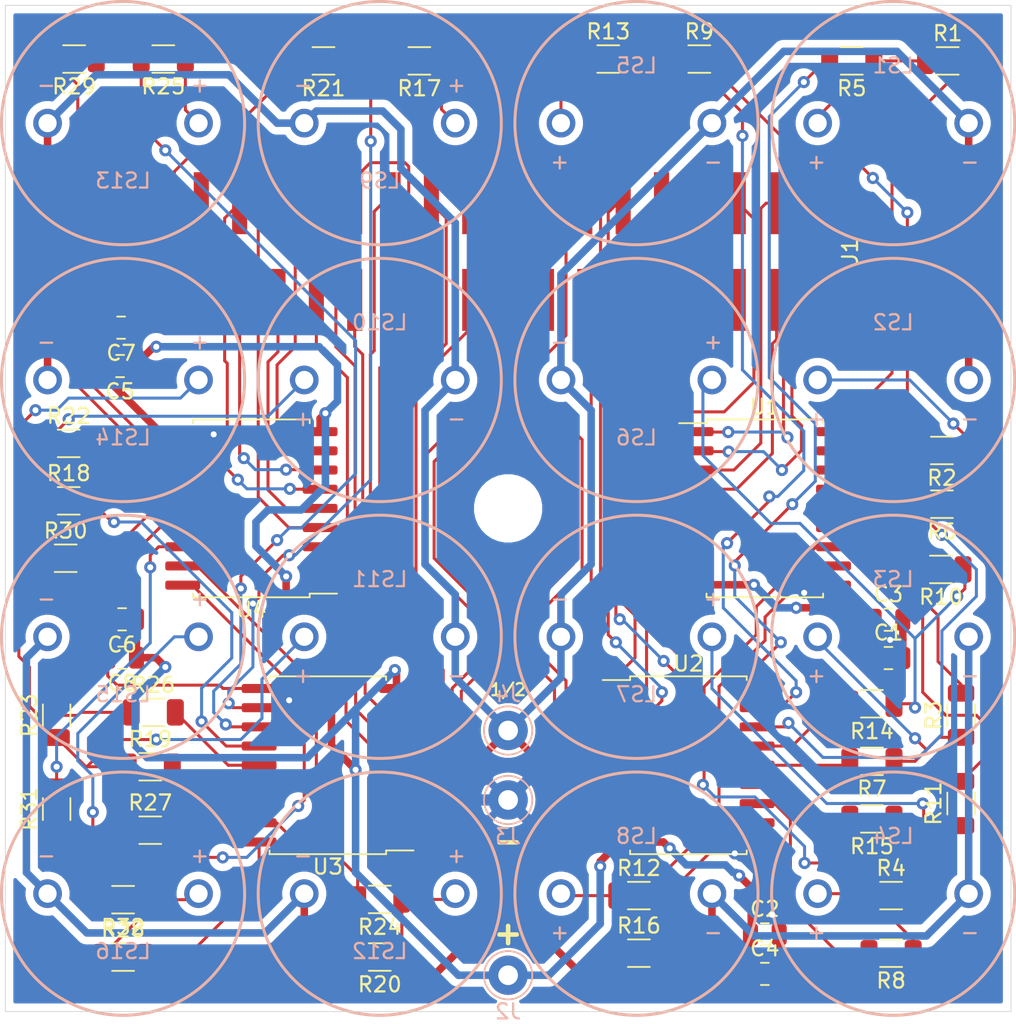
<source format=kicad_pcb>
(kicad_pcb (version 20171130) (host pcbnew "(5.1.9)-1")
  (layers (0 F.Cu signal) (31 B.Cu signal) (34 B.Paste user) (35 F.Paste user) (36 B.SilkS user) (37 F.SilkS user) (38 B.Mask user) (39 F.Mask user) (44 Edge.Cuts user))
  (net 0 "")
  (net 1 GND)
  (net 2 VCC)
  (net 3 "Net-(J1-Pad34)")
  (net 4 /T16-)
  (net 5 /T15-)
  (net 6 /T14-)
  (net 7 /T13-)
  (net 8 /T12-)
  (net 9 /T11-)
  (net 10 /T10-)
  (net 11 /T9-)
  (net 12 /T16+)
  (net 13 /T15+)
  (net 14 /T14+)
  (net 15 /T13+)
  (net 16 /T12+)
  (net 17 /T11+)
  (net 18 /T10+)
  (net 19 /T9+)
  (net 20 "Net-(J1-Pad17)")
  (net 21 /T8-)
  (net 22 /T7-)
  (net 23 /T6-)
  (net 24 /T5-)
  (net 25 /T4-)
  (net 26 /T3-)
  (net 27 /T2-)
  (net 28 /T1-)
  (net 29 /T8+)
  (net 30 /T7+)
  (net 31 /T6+)
  (net 32 /T5+)
  (net 33 /T4+)
  (net 34 /T3+)
  (net 35 /T2+)
  (net 36 /T1+)
  (net 37 "Net-(LS1-Pad1)")
  (net 38 "Net-(LS2-Pad1)")
  (net 39 "Net-(LS3-Pad1)")
  (net 40 "Net-(LS4-Pad1)")
  (net 41 "Net-(LS5-Pad1)")
  (net 42 "Net-(LS6-Pad1)")
  (net 43 "Net-(LS7-Pad1)")
  (net 44 "Net-(LS8-Pad1)")
  (net 45 "Net-(LS9-Pad1)")
  (net 46 "Net-(LS10-Pad1)")
  (net 47 "Net-(LS11-Pad1)")
  (net 48 "Net-(LS12-Pad1)")
  (net 49 "Net-(LS13-Pad1)")
  (net 50 "Net-(LS14-Pad1)")
  (net 51 "Net-(LS15-Pad1)")
  (net 52 "Net-(LS16-Pad1)")
  (net 53 "Net-(R1-Pad2)")
  (net 54 "Net-(R2-Pad2)")
  (net 55 "Net-(R3-Pad2)")
  (net 56 "Net-(R4-Pad2)")
  (net 57 "Net-(R5-Pad2)")
  (net 58 "Net-(R6-Pad2)")
  (net 59 "Net-(R7-Pad2)")
  (net 60 "Net-(R8-Pad2)")
  (net 61 "Net-(R9-Pad2)")
  (net 62 "Net-(R10-Pad2)")
  (net 63 "Net-(R11-Pad2)")
  (net 64 "Net-(R12-Pad2)")
  (net 65 "Net-(R13-Pad2)")
  (net 66 "Net-(R14-Pad2)")
  (net 67 "Net-(R15-Pad2)")
  (net 68 "Net-(R16-Pad2)")
  (net 69 "Net-(R17-Pad2)")
  (net 70 "Net-(R18-Pad2)")
  (net 71 "Net-(R19-Pad2)")
  (net 72 "Net-(R20-Pad2)")
  (net 73 "Net-(R21-Pad2)")
  (net 74 "Net-(R22-Pad2)")
  (net 75 "Net-(R23-Pad2)")
  (net 76 "Net-(R24-Pad2)")
  (net 77 "Net-(R25-Pad2)")
  (net 78 "Net-(R26-Pad2)")
  (net 79 "Net-(R27-Pad2)")
  (net 80 "Net-(R28-Pad2)")
  (net 81 "Net-(R29-Pad2)")
  (net 82 "Net-(R30-Pad2)")
  (net 83 "Net-(R31-Pad2)")
  (net 84 "Net-(R32-Pad2)")
  (net 85 /VMID)
  (module MountingHole:MountingHole_3.2mm_M3 (layer B.Cu) (at 125.5 125.5 180)
    (fp_text reference REF** hide)
    (fp_text value MountingHole_3.2mm_M3)
    (pad 1 np_thru_hole circle (at 0 0 180) (size 3.2 3.2) (drill 3.2) (layers *.Cu *.Mask))
  )
  (module "Ultrasonic Emitters:Ultrasonic_Transducer_T40-16" (layer B.Cu) (at 134 151 180)
    (fp_text reference LS8 (at 0 3.81) (layer B.SilkS) (effects (justify mirror)))
    (fp_text value Speaker_Ultrasound hide)
    (fp_text user - (at -5.08 -2.54) (layer B.SilkS) (effects (justify mirror)))
    (fp_text user + (at 5.08 -2.54) (layer B.SilkS) (effects (justify mirror)))
    (pad 1 thru_hole circle (at 5 0 90) (size 1.9 1.9) (drill 1.2) (layers *.Cu *.Mask) (net 44 "Net-(LS8-Pad1)"))
    (pad 2 thru_hole circle (at -5 0 180) (size 1.9 1.9) (drill 1.2) (layers *.Cu *.Mask) (net 85 /VMID))
  )
  (module "Ultrasonic Emitters:Ultrasonic_Transducer_T40-16" (layer B.Cu) (at 134 134)
    (fp_text reference LS7 (at 0 3.81) (layer B.SilkS) (effects (justify mirror)))
    (fp_text value Speaker_Ultrasound hide)
    (fp_text user - (at -5.08 -2.54) (layer B.SilkS) (effects (justify mirror)))
    (fp_text user + (at 5.08 -2.54) (layer B.SilkS) (effects (justify mirror)))
    (pad 1 thru_hole circle (at 5 0 270) (size 1.9 1.9) (drill 1.2) (layers *.Cu *.Mask) (net 43 "Net-(LS7-Pad1)"))
    (pad 2 thru_hole circle (at -5 0) (size 1.9 1.9) (drill 1.2) (layers *.Cu *.Mask) (net 85 /VMID))
  )
  (module "Ultrasonic Emitters:Ultrasonic_Transducer_T40-16" (layer B.Cu) (at 151 100 180)
    (fp_text reference LS1 (at 0 3.81) (layer B.SilkS) (effects (justify mirror)))
    (fp_text value Speaker_Ultrasound hide)
    (fp_text user - (at -5.08 -2.54) (layer B.SilkS) (effects (justify mirror)))
    (fp_text user + (at 5.08 -2.54) (layer B.SilkS) (effects (justify mirror)))
    (pad 1 thru_hole circle (at 5 0 90) (size 1.9 1.9) (drill 1.2) (layers *.Cu *.Mask) (net 37 "Net-(LS1-Pad1)"))
    (pad 2 thru_hole circle (at -5 0 180) (size 1.9 1.9) (drill 1.2) (layers *.Cu *.Mask) (net 85 /VMID))
  )
  (module "Ultrasonic Emitters:Ultrasonic_Transducer_T40-16" (layer B.Cu) (at 151 134 180)
    (fp_text reference LS3 (at 0 3.81) (layer B.SilkS) (effects (justify mirror)))
    (fp_text value Speaker_Ultrasound hide)
    (fp_text user - (at -5.08 -2.54) (layer B.SilkS) (effects (justify mirror)))
    (fp_text user + (at 5.08 -2.54) (layer B.SilkS) (effects (justify mirror)))
    (pad 1 thru_hole circle (at 5 0 90) (size 1.9 1.9) (drill 1.2) (layers *.Cu *.Mask) (net 39 "Net-(LS3-Pad1)"))
    (pad 2 thru_hole circle (at -5 0 180) (size 1.9 1.9) (drill 1.2) (layers *.Cu *.Mask) (net 85 /VMID))
  )
  (module "Ultrasonic Emitters:Ultrasonic_Transducer_T40-16" (layer B.Cu) (at 100 151)
    (fp_text reference LS16 (at 0 3.81) (layer B.SilkS) (effects (justify mirror)))
    (fp_text value Speaker_Ultrasound hide)
    (fp_text user - (at -5.08 -2.54) (layer B.SilkS) (effects (justify mirror)))
    (fp_text user + (at 5.08 -2.54) (layer B.SilkS) (effects (justify mirror)))
    (pad 1 thru_hole circle (at 5 0 270) (size 1.9 1.9) (drill 1.2) (layers *.Cu *.Mask) (net 52 "Net-(LS16-Pad1)"))
    (pad 2 thru_hole circle (at -5 0) (size 1.9 1.9) (drill 1.2) (layers *.Cu *.Mask) (net 85 /VMID))
  )
  (module "Ultrasonic Emitters:Ultrasonic_Transducer_T40-16" (layer B.Cu) (at 117 151)
    (fp_text reference LS12 (at 0 3.81) (layer B.SilkS) (effects (justify mirror)))
    (fp_text value Speaker_Ultrasound hide)
    (fp_text user - (at -5.08 -2.54) (layer B.SilkS) (effects (justify mirror)))
    (fp_text user + (at 5.08 -2.54) (layer B.SilkS) (effects (justify mirror)))
    (pad 1 thru_hole circle (at 5 0 270) (size 1.9 1.9) (drill 1.2) (layers *.Cu *.Mask) (net 48 "Net-(LS12-Pad1)"))
    (pad 2 thru_hole circle (at -5 0) (size 1.9 1.9) (drill 1.2) (layers *.Cu *.Mask) (net 85 /VMID))
  )
  (module "Ultrasonic Emitters:Ultrasonic_Transducer_T40-16" (layer B.Cu) (at 100 134)
    (fp_text reference LS15 (at 0 3.81) (layer B.SilkS) (effects (justify mirror)))
    (fp_text value Speaker_Ultrasound hide)
    (fp_text user - (at -5.08 -2.54) (layer B.SilkS) (effects (justify mirror)))
    (fp_text user + (at 5.08 -2.54) (layer B.SilkS) (effects (justify mirror)))
    (pad 1 thru_hole circle (at 5 0 270) (size 1.9 1.9) (drill 1.2) (layers *.Cu *.Mask) (net 51 "Net-(LS15-Pad1)"))
    (pad 2 thru_hole circle (at -5 0) (size 1.9 1.9) (drill 1.2) (layers *.Cu *.Mask) (net 85 /VMID))
  )
  (module "Ultrasonic Emitters:Ultrasonic_Transducer_T40-16" (layer B.Cu) (at 117 134 180)
    (fp_text reference LS11 (at 0 3.81) (layer B.SilkS) (effects (justify mirror)))
    (fp_text value Speaker_Ultrasound hide)
    (fp_text user - (at -5.08 -2.54) (layer B.SilkS) (effects (justify mirror)))
    (fp_text user + (at 5.08 -2.54) (layer B.SilkS) (effects (justify mirror)))
    (pad 1 thru_hole circle (at 5 0 90) (size 1.9 1.9) (drill 1.2) (layers *.Cu *.Mask) (net 47 "Net-(LS11-Pad1)"))
    (pad 2 thru_hole circle (at -5 0 180) (size 1.9 1.9) (drill 1.2) (layers *.Cu *.Mask) (net 85 /VMID))
  )
  (module "Ultrasonic Emitters:Ultrasonic_Transducer_T40-16" (layer B.Cu) (at 100 117)
    (fp_text reference LS14 (at 0 3.81) (layer B.SilkS) (effects (justify mirror)))
    (fp_text value Speaker_Ultrasound hide)
    (fp_text user - (at -5.08 -2.54) (layer B.SilkS) (effects (justify mirror)))
    (fp_text user + (at 5.08 -2.54) (layer B.SilkS) (effects (justify mirror)))
    (pad 1 thru_hole circle (at 5 0 270) (size 1.9 1.9) (drill 1.2) (layers *.Cu *.Mask) (net 50 "Net-(LS14-Pad1)"))
    (pad 2 thru_hole circle (at -5 0) (size 1.9 1.9) (drill 1.2) (layers *.Cu *.Mask) (net 85 /VMID))
  )
  (module "Ultrasonic Emitters:Ultrasonic_Transducer_T40-16" (layer B.Cu) (at 117 117 180)
    (fp_text reference LS10 (at 0 3.81) (layer B.SilkS) (effects (justify mirror)))
    (fp_text value Speaker_Ultrasound hide)
    (fp_text user - (at -5.08 -2.54) (layer B.SilkS) (effects (justify mirror)))
    (fp_text user + (at 5.08 -2.54) (layer B.SilkS) (effects (justify mirror)))
    (pad 1 thru_hole circle (at 5 0 90) (size 1.9 1.9) (drill 1.2) (layers *.Cu *.Mask) (net 46 "Net-(LS10-Pad1)"))
    (pad 2 thru_hole circle (at -5 0 180) (size 1.9 1.9) (drill 1.2) (layers *.Cu *.Mask) (net 85 /VMID))
  )
  (module "Ultrasonic Emitters:Ultrasonic_Transducer_T40-16" (layer B.Cu) (at 100 100)
    (fp_text reference LS13 (at 0 3.81) (layer B.SilkS) (effects (justify mirror)))
    (fp_text value Speaker_Ultrasound hide)
    (fp_text user - (at -5.08 -2.54) (layer B.SilkS) (effects (justify mirror)))
    (fp_text user + (at 5.08 -2.54) (layer B.SilkS) (effects (justify mirror)))
    (pad 1 thru_hole circle (at 5 0 270) (size 1.9 1.9) (drill 1.2) (layers *.Cu *.Mask) (net 49 "Net-(LS13-Pad1)"))
    (pad 2 thru_hole circle (at -5 0) (size 1.9 1.9) (drill 1.2) (layers *.Cu *.Mask) (net 85 /VMID))
  )
  (module "Ultrasonic Emitters:Ultrasonic_Transducer_T40-16" (layer B.Cu) (at 117 100)
    (fp_text reference LS9 (at 0 3.81) (layer B.SilkS) (effects (justify mirror)))
    (fp_text value Speaker_Ultrasound hide)
    (fp_text user - (at -5.08 -2.54) (layer B.SilkS) (effects (justify mirror)))
    (fp_text user + (at 5.08 -2.54) (layer B.SilkS) (effects (justify mirror)))
    (pad 1 thru_hole circle (at 5 0 270) (size 1.9 1.9) (drill 1.2) (layers *.Cu *.Mask) (net 45 "Net-(LS9-Pad1)"))
    (pad 2 thru_hole circle (at -5 0) (size 1.9 1.9) (drill 1.2) (layers *.Cu *.Mask) (net 85 /VMID))
  )
  (module "Ultrasonic Emitters:Ultrasonic_Transducer_T40-16" (layer B.Cu) (at 151 151 180)
    (fp_text reference LS4 (at 0 3.81) (layer B.SilkS) (effects (justify mirror)))
    (fp_text value Speaker_Ultrasound hide)
    (fp_text user - (at -5.08 -2.54) (layer B.SilkS) (effects (justify mirror)))
    (fp_text user + (at 5.08 -2.54) (layer B.SilkS) (effects (justify mirror)))
    (pad 1 thru_hole circle (at 5 0 90) (size 1.9 1.9) (drill 1.2) (layers *.Cu *.Mask) (net 40 "Net-(LS4-Pad1)"))
    (pad 2 thru_hole circle (at -5 0 180) (size 1.9 1.9) (drill 1.2) (layers *.Cu *.Mask) (net 85 /VMID))
  )
  (module "Ultrasonic Emitters:Ultrasonic_Transducer_T40-16" (layer B.Cu) (at 134 117)
    (fp_text reference LS6 (at 0 3.81) (layer B.SilkS) (effects (justify mirror)))
    (fp_text value Speaker_Ultrasound hide)
    (fp_text user - (at -5.08 -2.54) (layer B.SilkS) (effects (justify mirror)))
    (fp_text user + (at 5.08 -2.54) (layer B.SilkS) (effects (justify mirror)))
    (pad 1 thru_hole circle (at 5 0 270) (size 1.9 1.9) (drill 1.2) (layers *.Cu *.Mask) (net 42 "Net-(LS6-Pad1)"))
    (pad 2 thru_hole circle (at -5 0) (size 1.9 1.9) (drill 1.2) (layers *.Cu *.Mask) (net 85 /VMID))
  )
  (module "Ultrasonic Emitters:Ultrasonic_Transducer_T40-16" (layer B.Cu) (at 151 117 180)
    (fp_text reference LS2 (at 0 3.81) (layer B.SilkS) (effects (justify mirror)))
    (fp_text value Speaker_Ultrasound hide)
    (fp_text user - (at -5.08 -2.54) (layer B.SilkS) (effects (justify mirror)))
    (fp_text user + (at 5.08 -2.54) (layer B.SilkS) (effects (justify mirror)))
    (pad 1 thru_hole circle (at 5 0 90) (size 1.9 1.9) (drill 1.2) (layers *.Cu *.Mask) (net 38 "Net-(LS2-Pad1)"))
    (pad 2 thru_hole circle (at -5 0 180) (size 1.9 1.9) (drill 1.2) (layers *.Cu *.Mask) (net 85 /VMID))
  )
  (module "Ultrasonic Emitters:Ultrasonic_Transducer_T40-16" (layer B.Cu) (at 134 100 180)
    (fp_text reference LS5 (at 0 3.81) (layer B.SilkS) (effects (justify mirror)))
    (fp_text value Speaker_Ultrasound hide)
    (fp_text user - (at -5.08 -2.54) (layer B.SilkS) (effects (justify mirror)))
    (fp_text user + (at 5.08 -2.54) (layer B.SilkS) (effects (justify mirror)))
    (pad 1 thru_hole circle (at 5 0 90) (size 1.9 1.9) (drill 1.2) (layers *.Cu *.Mask) (net 41 "Net-(LS5-Pad1)"))
    (pad 2 thru_hole circle (at -5 0 180) (size 1.9 1.9) (drill 1.2) (layers *.Cu *.Mask) (net 85 /VMID))
  )
  (module Connector_Pin:Pin_D1.3mm_L11.0mm (layer B.Cu) (at 125.5 140.2)
    (fp_text reference J4 (at 0 -2.4) (layer B.SilkS) (effects (justify mirror)))
    (fp_text value Conn_01x01)
    (pad 1 thru_hole circle (at 0 0) (size 2.6 2.6) (drill 1.3) (layers *.Cu *.Mask) (net 85 /VMID))
  )
  (module "Ultrasonic Emitters:SOIC-18W_7.5x11.6mm_P1.27mm_Weird" (layer F.Cu) (at 108.5 125.5 180)
    (fp_text reference U4 (at 0 -6.72) (layer F.SilkS))
    (fp_text value XL62083)
    (pad 18 smd roundrect (at 4.55 -5.08 180) (size 2.31 0.6) (layers F.Cu F.Paste F.Mask) (net 84 "Net-(R32-Pad2)"))
    (pad 17 smd roundrect (at 4.55 -3.81 180) (size 2.31 0.6) (layers F.Cu F.Paste F.Mask) (net 76 "Net-(R24-Pad2)"))
    (pad 16 smd roundrect (at 4.55 -2.54 180) (size 2.31 0.6) (layers F.Cu F.Paste F.Mask) (net 83 "Net-(R31-Pad2)"))
    (pad 15 smd roundrect (at 4.55 -1.27 180) (size 2.31 0.6) (layers F.Cu F.Paste F.Mask) (net 75 "Net-(R23-Pad2)"))
    (pad 14 smd roundrect (at 4.55 0 180) (size 2.31 0.6) (layers F.Cu F.Paste F.Mask) (net 82 "Net-(R30-Pad2)"))
    (pad 13 smd roundrect (at 4.55 1.27 180) (size 2.31 0.6) (layers F.Cu F.Paste F.Mask) (net 74 "Net-(R22-Pad2)"))
    (pad 12 smd roundrect (at 4.55 2.54 180) (size 2.31 0.6) (layers F.Cu F.Paste F.Mask) (net 81 "Net-(R29-Pad2)"))
    (pad 11 smd roundrect (at 4.55 3.81 180) (size 2.31 0.6) (layers F.Cu F.Paste F.Mask) (net 73 "Net-(R21-Pad2)"))
    (pad 10 smd roundrect (at 4.55 5.08 180) (size 2.31 0.6) (layers F.Cu F.Paste F.Mask) (net 1 GND))
    (pad 9 smd roundrect (at -4.55 5.08 180) (size 2.31 0.6) (layers F.Cu F.Paste F.Mask) (net 2 VCC))
    (pad 8 smd roundrect (at -4.55 3.81 180) (size 2.31 0.6) (layers F.Cu F.Paste F.Mask) (net 11 /T9-))
    (pad 7 smd roundrect (at -4.55 2.54 180) (size 2.31 0.6) (layers F.Cu F.Paste F.Mask) (net 7 /T13-))
    (pad 6 smd roundrect (at -4.55 1.27 180) (size 2.31 0.6) (layers F.Cu F.Paste F.Mask) (net 10 /T10-))
    (pad 5 smd roundrect (at -4.55 0 180) (size 2.31 0.6) (layers F.Cu F.Paste F.Mask) (net 6 /T14-))
    (pad 4 smd roundrect (at -4.55 -1.27 180) (size 2.31 0.6) (layers F.Cu F.Paste F.Mask) (net 9 /T11-))
    (pad 3 smd roundrect (at -4.55 -2.54 180) (size 2.31 0.6) (layers F.Cu F.Paste F.Mask) (net 5 /T15-))
    (pad 2 smd roundrect (at -4.55 -3.81 180) (size 2.31 0.6) (layers F.Cu F.Paste F.Mask) (net 8 /T12-))
    (pad 1 smd roundrect (at -4.55 -5.08 180) (size 2.31 0.6) (layers F.Cu F.Paste F.Mask) (net 4 /T16-))
  )
  (module "Ultrasonic Emitters:SOIC-18W_7.5x11.6mm_P1.27mm_Weird" (layer F.Cu) (at 113.56 142.5 180)
    (fp_text reference U3 (at 0 -6.72) (layer F.SilkS))
    (fp_text value XL62783)
    (pad 18 smd roundrect (at 4.55 -5.08 180) (size 2.31 0.6) (layers F.Cu F.Paste F.Mask) (net 80 "Net-(R28-Pad2)"))
    (pad 17 smd roundrect (at 4.55 -3.81 180) (size 2.31 0.6) (layers F.Cu F.Paste F.Mask) (net 72 "Net-(R20-Pad2)"))
    (pad 16 smd roundrect (at 4.55 -2.54 180) (size 2.31 0.6) (layers F.Cu F.Paste F.Mask) (net 79 "Net-(R27-Pad2)"))
    (pad 15 smd roundrect (at 4.55 -1.27 180) (size 2.31 0.6) (layers F.Cu F.Paste F.Mask) (net 71 "Net-(R19-Pad2)"))
    (pad 14 smd roundrect (at 4.55 0 180) (size 2.31 0.6) (layers F.Cu F.Paste F.Mask) (net 78 "Net-(R26-Pad2)"))
    (pad 13 smd roundrect (at 4.55 1.27 180) (size 2.31 0.6) (layers F.Cu F.Paste F.Mask) (net 70 "Net-(R18-Pad2)"))
    (pad 12 smd roundrect (at 4.55 2.54 180) (size 2.31 0.6) (layers F.Cu F.Paste F.Mask) (net 77 "Net-(R25-Pad2)"))
    (pad 11 smd roundrect (at 4.55 3.81 180) (size 2.31 0.6) (layers F.Cu F.Paste F.Mask) (net 69 "Net-(R17-Pad2)"))
    (pad 10 smd roundrect (at 4.55 5.08 180) (size 2.31 0.6) (layers F.Cu F.Paste F.Mask) (net 1 GND))
    (pad 9 smd roundrect (at -4.55 5.08 180) (size 2.31 0.6) (layers F.Cu F.Paste F.Mask) (net 2 VCC))
    (pad 8 smd roundrect (at -4.55 3.81 180) (size 2.31 0.6) (layers F.Cu F.Paste F.Mask) (net 19 /T9+))
    (pad 7 smd roundrect (at -4.55 2.54 180) (size 2.31 0.6) (layers F.Cu F.Paste F.Mask) (net 15 /T13+))
    (pad 6 smd roundrect (at -4.55 1.27 180) (size 2.31 0.6) (layers F.Cu F.Paste F.Mask) (net 18 /T10+))
    (pad 5 smd roundrect (at -4.55 0 180) (size 2.31 0.6) (layers F.Cu F.Paste F.Mask) (net 14 /T14+))
    (pad 4 smd roundrect (at -4.55 -1.27 180) (size 2.31 0.6) (layers F.Cu F.Paste F.Mask) (net 17 /T11+))
    (pad 3 smd roundrect (at -4.55 -2.54 180) (size 2.31 0.6) (layers F.Cu F.Paste F.Mask) (net 13 /T15+))
    (pad 2 smd roundrect (at -4.55 -3.81 180) (size 2.31 0.6) (layers F.Cu F.Paste F.Mask) (net 16 /T12+))
    (pad 1 smd roundrect (at -4.55 -5.08 180) (size 2.31 0.6) (layers F.Cu F.Paste F.Mask) (net 12 /T16+))
  )
  (module "Ultrasonic Emitters:SOIC-18W_7.5x11.6mm_P1.27mm_Weird" (layer F.Cu) (at 137.44 142.5)
    (fp_text reference U2 (at 0 -6.72) (layer F.SilkS))
    (fp_text value XL62083)
    (pad 18 smd roundrect (at 4.55 -5.08) (size 2.31 0.6) (layers F.Cu F.Paste F.Mask) (net 57 "Net-(R5-Pad2)"))
    (pad 17 smd roundrect (at 4.55 -3.81) (size 2.31 0.6) (layers F.Cu F.Paste F.Mask) (net 65 "Net-(R13-Pad2)"))
    (pad 16 smd roundrect (at 4.55 -2.54) (size 2.31 0.6) (layers F.Cu F.Paste F.Mask) (net 58 "Net-(R6-Pad2)"))
    (pad 15 smd roundrect (at 4.55 -1.27) (size 2.31 0.6) (layers F.Cu F.Paste F.Mask) (net 66 "Net-(R14-Pad2)"))
    (pad 14 smd roundrect (at 4.55 0) (size 2.31 0.6) (layers F.Cu F.Paste F.Mask) (net 59 "Net-(R7-Pad2)"))
    (pad 13 smd roundrect (at 4.55 1.27) (size 2.31 0.6) (layers F.Cu F.Paste F.Mask) (net 67 "Net-(R15-Pad2)"))
    (pad 12 smd roundrect (at 4.55 2.54) (size 2.31 0.6) (layers F.Cu F.Paste F.Mask) (net 60 "Net-(R8-Pad2)"))
    (pad 11 smd roundrect (at 4.55 3.81) (size 2.31 0.6) (layers F.Cu F.Paste F.Mask) (net 68 "Net-(R16-Pad2)"))
    (pad 10 smd roundrect (at 4.55 5.08) (size 2.31 0.6) (layers F.Cu F.Paste F.Mask) (net 1 GND))
    (pad 9 smd roundrect (at -4.55 5.08) (size 2.31 0.6) (layers F.Cu F.Paste F.Mask) (net 2 VCC))
    (pad 8 smd roundrect (at -4.55 3.81) (size 2.31 0.6) (layers F.Cu F.Paste F.Mask) (net 21 /T8-))
    (pad 7 smd roundrect (at -4.55 2.54) (size 2.31 0.6) (layers F.Cu F.Paste F.Mask) (net 25 /T4-))
    (pad 6 smd roundrect (at -4.55 1.27) (size 2.31 0.6) (layers F.Cu F.Paste F.Mask) (net 22 /T7-))
    (pad 5 smd roundrect (at -4.55 0) (size 2.31 0.6) (layers F.Cu F.Paste F.Mask) (net 26 /T3-))
    (pad 4 smd roundrect (at -4.55 -1.27) (size 2.31 0.6) (layers F.Cu F.Paste F.Mask) (net 23 /T6-))
    (pad 3 smd roundrect (at -4.55 -2.54) (size 2.31 0.6) (layers F.Cu F.Paste F.Mask) (net 27 /T2-))
    (pad 2 smd roundrect (at -4.55 -3.81) (size 2.31 0.6) (layers F.Cu F.Paste F.Mask) (net 24 /T5-))
    (pad 1 smd roundrect (at -4.55 -5.08) (size 2.31 0.6) (layers F.Cu F.Paste F.Mask) (net 28 /T1-))
  )
  (module "Ultrasonic Emitters:SOIC-18W_7.5x11.6mm_P1.27mm_Weird" (layer F.Cu) (at 142.5 125.5)
    (fp_text reference U1 (at 0 -6.72) (layer F.SilkS))
    (fp_text value XL62783)
    (pad 18 smd roundrect (at 4.55 -5.08) (size 2.31 0.6) (layers F.Cu F.Paste F.Mask) (net 53 "Net-(R1-Pad2)"))
    (pad 17 smd roundrect (at 4.55 -3.81) (size 2.31 0.6) (layers F.Cu F.Paste F.Mask) (net 61 "Net-(R9-Pad2)"))
    (pad 16 smd roundrect (at 4.55 -2.54) (size 2.31 0.6) (layers F.Cu F.Paste F.Mask) (net 54 "Net-(R2-Pad2)"))
    (pad 15 smd roundrect (at 4.55 -1.27) (size 2.31 0.6) (layers F.Cu F.Paste F.Mask) (net 62 "Net-(R10-Pad2)"))
    (pad 14 smd roundrect (at 4.55 0) (size 2.31 0.6) (layers F.Cu F.Paste F.Mask) (net 55 "Net-(R3-Pad2)"))
    (pad 13 smd roundrect (at 4.55 1.27) (size 2.31 0.6) (layers F.Cu F.Paste F.Mask) (net 63 "Net-(R11-Pad2)"))
    (pad 12 smd roundrect (at 4.55 2.54) (size 2.31 0.6) (layers F.Cu F.Paste F.Mask) (net 56 "Net-(R4-Pad2)"))
    (pad 11 smd roundrect (at 4.55 3.81) (size 2.31 0.6) (layers F.Cu F.Paste F.Mask) (net 64 "Net-(R12-Pad2)"))
    (pad 10 smd roundrect (at 4.55 5.08) (size 2.31 0.6) (layers F.Cu F.Paste F.Mask) (net 1 GND))
    (pad 9 smd roundrect (at -4.55 5.08) (size 2.31 0.6) (layers F.Cu F.Paste F.Mask) (net 2 VCC))
    (pad 8 smd roundrect (at -4.55 3.81) (size 2.31 0.6) (layers F.Cu F.Paste F.Mask) (net 29 /T8+))
    (pad 7 smd roundrect (at -4.55 2.54) (size 2.31 0.6) (layers F.Cu F.Paste F.Mask) (net 33 /T4+))
    (pad 6 smd roundrect (at -4.55 1.27) (size 2.31 0.6) (layers F.Cu F.Paste F.Mask) (net 30 /T7+))
    (pad 5 smd roundrect (at -4.55 0) (size 2.31 0.6) (layers F.Cu F.Paste F.Mask) (net 34 /T3+))
    (pad 4 smd roundrect (at -4.55 -1.27) (size 2.31 0.6) (layers F.Cu F.Paste F.Mask) (net 31 /T6+))
    (pad 3 smd roundrect (at -4.55 -2.54) (size 2.31 0.6) (layers F.Cu F.Paste F.Mask) (net 35 /T2+))
    (pad 2 smd roundrect (at -4.55 -3.81) (size 2.31 0.6) (layers F.Cu F.Paste F.Mask) (net 32 /T5+))
    (pad 1 smd roundrect (at -4.55 -5.08) (size 2.31 0.6) (layers F.Cu F.Paste F.Mask) (net 36 /T1+))
  )
  (module Resistor_SMD:R_1206_3216Metric (layer F.Cu) (at 100 151.4 180)
    (fp_text reference R32 (at 0 -1.82) (layer F.SilkS))
    (fp_text value 620)
    (pad 2 smd roundrect (at 1.4625 0 180) (size 1.125 1.75) (layers F.Cu F.Paste F.Mask) (roundrect_rratio 0.222222) (net 84 "Net-(R32-Pad2)"))
    (pad 1 smd roundrect (at -1.4625 0 180) (size 1.125 1.75) (layers F.Cu F.Paste F.Mask) (roundrect_rratio 0.222222) (net 52 "Net-(LS16-Pad1)"))
  )
  (module Resistor_SMD:R_1206_3216Metric (layer F.Cu) (at 95.6 145.4 90)
    (fp_text reference R31 (at 0 -1.82 270) (layer F.SilkS))
    (fp_text value 620)
    (pad 2 smd roundrect (at 1.4625 0 90) (size 1.125 1.75) (layers F.Cu F.Paste F.Mask) (roundrect_rratio 0.222222) (net 83 "Net-(R31-Pad2)"))
    (pad 1 smd roundrect (at -1.4625 0 90) (size 1.125 1.75) (layers F.Cu F.Paste F.Mask) (roundrect_rratio 0.222222) (net 51 "Net-(LS15-Pad1)"))
  )
  (module Resistor_SMD:R_1206_3216Metric (layer F.Cu) (at 96.2 128.8)
    (fp_text reference R30 (at 0 -1.82) (layer F.SilkS))
    (fp_text value 620)
    (pad 2 smd roundrect (at 1.4625 0) (size 1.125 1.75) (layers F.Cu F.Paste F.Mask) (roundrect_rratio 0.222222) (net 82 "Net-(R30-Pad2)"))
    (pad 1 smd roundrect (at -1.4625 0) (size 1.125 1.75) (layers F.Cu F.Paste F.Mask) (roundrect_rratio 0.222222) (net 50 "Net-(LS14-Pad1)"))
  )
  (module Resistor_SMD:R_1206_3216Metric (layer F.Cu) (at 96.7605 95.758 180)
    (fp_text reference R29 (at 0 -1.82) (layer F.SilkS))
    (fp_text value 620)
    (pad 2 smd roundrect (at 1.4625 0 180) (size 1.125 1.75) (layers F.Cu F.Paste F.Mask) (roundrect_rratio 0.222222) (net 81 "Net-(R29-Pad2)"))
    (pad 1 smd roundrect (at -1.4625 0 180) (size 1.125 1.75) (layers F.Cu F.Paste F.Mask) (roundrect_rratio 0.222222) (net 49 "Net-(LS13-Pad1)"))
  )
  (module Resistor_SMD:R_1206_3216Metric (layer F.Cu) (at 100 155.2)
    (fp_text reference R28 (at 0 -1.82) (layer F.SilkS))
    (fp_text value 620)
    (pad 2 smd roundrect (at 1.4625 0) (size 1.125 1.75) (layers F.Cu F.Paste F.Mask) (roundrect_rratio 0.222222) (net 80 "Net-(R28-Pad2)"))
    (pad 1 smd roundrect (at -1.4625 0) (size 1.125 1.75) (layers F.Cu F.Paste F.Mask) (roundrect_rratio 0.222222) (net 52 "Net-(LS16-Pad1)"))
  )
  (module Resistor_SMD:R_1206_3216Metric (layer F.Cu) (at 101.8 146.8)
    (fp_text reference R27 (at 0 -1.82) (layer F.SilkS))
    (fp_text value 620)
    (pad 2 smd roundrect (at 1.4625 0) (size 1.125 1.75) (layers F.Cu F.Paste F.Mask) (roundrect_rratio 0.222222) (net 79 "Net-(R27-Pad2)"))
    (pad 1 smd roundrect (at -1.4625 0) (size 1.125 1.75) (layers F.Cu F.Paste F.Mask) (roundrect_rratio 0.222222) (net 51 "Net-(LS15-Pad1)"))
  )
  (module Resistor_SMD:R_1206_3216Metric (layer F.Cu) (at 102 139)
    (fp_text reference R26 (at 0 -1.82) (layer F.SilkS))
    (fp_text value 620)
    (pad 2 smd roundrect (at 1.4625 0) (size 1.125 1.75) (layers F.Cu F.Paste F.Mask) (roundrect_rratio 0.222222) (net 78 "Net-(R26-Pad2)"))
    (pad 1 smd roundrect (at -1.4625 0) (size 1.125 1.75) (layers F.Cu F.Paste F.Mask) (roundrect_rratio 0.222222) (net 50 "Net-(LS14-Pad1)"))
  )
  (module Resistor_SMD:R_1206_3216Metric (layer F.Cu) (at 102.664 95.758 180)
    (fp_text reference R25 (at 0 -1.82) (layer F.SilkS))
    (fp_text value 620)
    (pad 2 smd roundrect (at 1.4625 0 180) (size 1.125 1.75) (layers F.Cu F.Paste F.Mask) (roundrect_rratio 0.222222) (net 77 "Net-(R25-Pad2)"))
    (pad 1 smd roundrect (at -1.4625 0 180) (size 1.125 1.75) (layers F.Cu F.Paste F.Mask) (roundrect_rratio 0.222222) (net 49 "Net-(LS13-Pad1)"))
  )
  (module Resistor_SMD:R_1206_3216Metric (layer F.Cu) (at 117 151.384 180)
    (fp_text reference R24 (at 0 -1.82) (layer F.SilkS))
    (fp_text value 620)
    (pad 2 smd roundrect (at 1.4625 0 180) (size 1.125 1.75) (layers F.Cu F.Paste F.Mask) (roundrect_rratio 0.222222) (net 76 "Net-(R24-Pad2)"))
    (pad 1 smd roundrect (at -1.4625 0 180) (size 1.125 1.75) (layers F.Cu F.Paste F.Mask) (roundrect_rratio 0.222222) (net 48 "Net-(LS12-Pad1)"))
  )
  (module Resistor_SMD:R_1206_3216Metric (layer F.Cu) (at 95.6 139.2 90)
    (fp_text reference R23 (at 0 -1.82 270) (layer F.SilkS))
    (fp_text value 620)
    (pad 2 smd roundrect (at 1.4625 0 90) (size 1.125 1.75) (layers F.Cu F.Paste F.Mask) (roundrect_rratio 0.222222) (net 75 "Net-(R23-Pad2)"))
    (pad 1 smd roundrect (at -1.4625 0 90) (size 1.125 1.75) (layers F.Cu F.Paste F.Mask) (roundrect_rratio 0.222222) (net 47 "Net-(LS11-Pad1)"))
  )
  (module Resistor_SMD:R_1206_3216Metric (layer F.Cu) (at 96.4 121.2)
    (fp_text reference R22 (at 0 -1.82) (layer F.SilkS))
    (fp_text value 620)
    (pad 2 smd roundrect (at 1.4625 0) (size 1.125 1.75) (layers F.Cu F.Paste F.Mask) (roundrect_rratio 0.222222) (net 74 "Net-(R22-Pad2)"))
    (pad 1 smd roundrect (at -1.4625 0) (size 1.125 1.75) (layers F.Cu F.Paste F.Mask) (roundrect_rratio 0.222222) (net 46 "Net-(LS10-Pad1)"))
  )
  (module Resistor_SMD:R_1206_3216Metric (layer F.Cu) (at 113.2705 95.88 180)
    (fp_text reference R21 (at 0 -1.82) (layer F.SilkS))
    (fp_text value 620)
    (pad 2 smd roundrect (at 1.4625 0 180) (size 1.125 1.75) (layers F.Cu F.Paste F.Mask) (roundrect_rratio 0.222222) (net 73 "Net-(R21-Pad2)"))
    (pad 1 smd roundrect (at -1.4625 0 180) (size 1.125 1.75) (layers F.Cu F.Paste F.Mask) (roundrect_rratio 0.222222) (net 45 "Net-(LS9-Pad1)"))
  )
  (module Resistor_SMD:R_1206_3216Metric (layer F.Cu) (at 117 155.194 180)
    (fp_text reference R20 (at 0 -1.82) (layer F.SilkS))
    (fp_text value 620)
    (pad 2 smd roundrect (at 1.4625 0 180) (size 1.125 1.75) (layers F.Cu F.Paste F.Mask) (roundrect_rratio 0.222222) (net 72 "Net-(R20-Pad2)"))
    (pad 1 smd roundrect (at -1.4625 0 180) (size 1.125 1.75) (layers F.Cu F.Paste F.Mask) (roundrect_rratio 0.222222) (net 48 "Net-(LS12-Pad1)"))
  )
  (module Resistor_SMD:R_1206_3216Metric (layer F.Cu) (at 101.8 142.6)
    (fp_text reference R19 (at 0 -1.82) (layer F.SilkS))
    (fp_text value 620)
    (pad 2 smd roundrect (at 1.4625 0) (size 1.125 1.75) (layers F.Cu F.Paste F.Mask) (roundrect_rratio 0.222222) (net 71 "Net-(R19-Pad2)"))
    (pad 1 smd roundrect (at -1.4625 0) (size 1.125 1.75) (layers F.Cu F.Paste F.Mask) (roundrect_rratio 0.222222) (net 47 "Net-(LS11-Pad1)"))
  )
  (module Resistor_SMD:R_1206_3216Metric (layer F.Cu) (at 96.4 125)
    (fp_text reference R18 (at 0 -1.82) (layer F.SilkS))
    (fp_text value 620)
    (pad 2 smd roundrect (at 1.4625 0) (size 1.125 1.75) (layers F.Cu F.Paste F.Mask) (roundrect_rratio 0.222222) (net 70 "Net-(R18-Pad2)"))
    (pad 1 smd roundrect (at -1.4625 0) (size 1.125 1.75) (layers F.Cu F.Paste F.Mask) (roundrect_rratio 0.222222) (net 46 "Net-(LS10-Pad1)"))
  )
  (module Resistor_SMD:R_1206_3216Metric (layer F.Cu) (at 119.6205 95.88 180)
    (fp_text reference R17 (at 0 -1.82) (layer F.SilkS))
    (fp_text value 620)
    (pad 2 smd roundrect (at 1.4625 0 180) (size 1.125 1.75) (layers F.Cu F.Paste F.Mask) (roundrect_rratio 0.222222) (net 69 "Net-(R17-Pad2)"))
    (pad 1 smd roundrect (at -1.4625 0 180) (size 1.125 1.75) (layers F.Cu F.Paste F.Mask) (roundrect_rratio 0.222222) (net 45 "Net-(LS9-Pad1)"))
  )
  (module Resistor_SMD:R_1206_3216Metric (layer F.Cu) (at 134.16 154.94)
    (fp_text reference R16 (at 0 -1.82) (layer F.SilkS))
    (fp_text value 620)
    (pad 2 smd roundrect (at 1.4625 0) (size 1.125 1.75) (layers F.Cu F.Paste F.Mask) (roundrect_rratio 0.222222) (net 68 "Net-(R16-Pad2)"))
    (pad 1 smd roundrect (at -1.4625 0) (size 1.125 1.75) (layers F.Cu F.Paste F.Mask) (roundrect_rratio 0.222222) (net 44 "Net-(LS8-Pad1)"))
  )
  (module Resistor_SMD:R_1206_3216Metric (layer F.Cu) (at 149.5925 146.05 180)
    (fp_text reference R15 (at 0 -1.82) (layer F.SilkS))
    (fp_text value 620)
    (pad 2 smd roundrect (at 1.4625 0 180) (size 1.125 1.75) (layers F.Cu F.Paste F.Mask) (roundrect_rratio 0.222222) (net 67 "Net-(R15-Pad2)"))
    (pad 1 smd roundrect (at -1.4625 0 180) (size 1.125 1.75) (layers F.Cu F.Paste F.Mask) (roundrect_rratio 0.222222) (net 43 "Net-(LS7-Pad1)"))
  )
  (module Resistor_SMD:R_1206_3216Metric (layer F.Cu) (at 149.5925 138.43 180)
    (fp_text reference R14 (at 0 -1.82) (layer F.SilkS))
    (fp_text value 620)
    (pad 2 smd roundrect (at 1.4625 0 180) (size 1.125 1.75) (layers F.Cu F.Paste F.Mask) (roundrect_rratio 0.222222) (net 66 "Net-(R14-Pad2)"))
    (pad 1 smd roundrect (at -1.4625 0 180) (size 1.125 1.75) (layers F.Cu F.Paste F.Mask) (roundrect_rratio 0.222222) (net 42 "Net-(LS6-Pad1)"))
  )
  (module Resistor_SMD:R_1206_3216Metric (layer F.Cu) (at 132.1325 95.758)
    (fp_text reference R13 (at 0 -1.82) (layer F.SilkS))
    (fp_text value 620)
    (pad 2 smd roundrect (at 1.4625 0) (size 1.125 1.75) (layers F.Cu F.Paste F.Mask) (roundrect_rratio 0.222222) (net 65 "Net-(R13-Pad2)"))
    (pad 1 smd roundrect (at -1.4625 0) (size 1.125 1.75) (layers F.Cu F.Paste F.Mask) (roundrect_rratio 0.222222) (net 41 "Net-(LS5-Pad1)"))
  )
  (module Resistor_SMD:R_1206_3216Metric (layer F.Cu) (at 150.8625 154.94 180)
    (fp_text reference R8 (at 0 -1.82) (layer F.SilkS))
    (fp_text value 620)
    (pad 2 smd roundrect (at 1.4625 0 180) (size 1.125 1.75) (layers F.Cu F.Paste F.Mask) (roundrect_rratio 0.222222) (net 60 "Net-(R8-Pad2)"))
    (pad 1 smd roundrect (at -1.4625 0 180) (size 1.125 1.75) (layers F.Cu F.Paste F.Mask) (roundrect_rratio 0.222222) (net 40 "Net-(LS4-Pad1)"))
  )
  (module Resistor_SMD:R_1206_3216Metric (layer F.Cu) (at 149.5925 142.24 180)
    (fp_text reference R7 (at 0 -1.82) (layer F.SilkS))
    (fp_text value 620)
    (pad 2 smd roundrect (at 1.4625 0 180) (size 1.125 1.75) (layers F.Cu F.Paste F.Mask) (roundrect_rratio 0.222222) (net 59 "Net-(R7-Pad2)"))
    (pad 1 smd roundrect (at -1.4625 0 180) (size 1.125 1.75) (layers F.Cu F.Paste F.Mask) (roundrect_rratio 0.222222) (net 39 "Net-(LS3-Pad1)"))
  )
  (module Resistor_SMD:R_1206_3216Metric (layer F.Cu) (at 154.226 125.222 180)
    (fp_text reference R6 (at 0 -1.82) (layer F.SilkS))
    (fp_text value 620)
    (pad 2 smd roundrect (at 1.4625 0 180) (size 1.125 1.75) (layers F.Cu F.Paste F.Mask) (roundrect_rratio 0.222222) (net 58 "Net-(R6-Pad2)"))
    (pad 1 smd roundrect (at -1.4625 0 180) (size 1.125 1.75) (layers F.Cu F.Paste F.Mask) (roundrect_rratio 0.222222) (net 38 "Net-(LS2-Pad1)"))
  )
  (module Resistor_SMD:R_1206_3216Metric (layer F.Cu) (at 148.2575 95.88 180)
    (fp_text reference R5 (at 0 -1.82) (layer F.SilkS))
    (fp_text value 620)
    (pad 2 smd roundrect (at 1.4625 0 180) (size 1.125 1.75) (layers F.Cu F.Paste F.Mask) (roundrect_rratio 0.222222) (net 57 "Net-(R5-Pad2)"))
    (pad 1 smd roundrect (at -1.4625 0 180) (size 1.125 1.75) (layers F.Cu F.Paste F.Mask) (roundrect_rratio 0.222222) (net 37 "Net-(LS1-Pad1)"))
  )
  (module Resistor_SMD:R_1206_3216Metric (layer F.Cu) (at 134.16 151.13)
    (fp_text reference R12 (at 0 -1.82) (layer F.SilkS))
    (fp_text value 620)
    (pad 2 smd roundrect (at 1.4625 0) (size 1.125 1.75) (layers F.Cu F.Paste F.Mask) (roundrect_rratio 0.222222) (net 64 "Net-(R12-Pad2)"))
    (pad 1 smd roundrect (at -1.4625 0) (size 1.125 1.75) (layers F.Cu F.Paste F.Mask) (roundrect_rratio 0.222222) (net 44 "Net-(LS8-Pad1)"))
  )
  (module Resistor_SMD:R_1206_3216Metric (layer F.Cu) (at 150.8625 151.13)
    (fp_text reference R4 (at 0 -1.82) (layer F.SilkS))
    (fp_text value 620)
    (pad 2 smd roundrect (at 1.4625 0) (size 1.125 1.75) (layers F.Cu F.Paste F.Mask) (roundrect_rratio 0.222222) (net 56 "Net-(R4-Pad2)"))
    (pad 1 smd roundrect (at -1.4625 0) (size 1.125 1.75) (layers F.Cu F.Paste F.Mask) (roundrect_rratio 0.222222) (net 40 "Net-(LS4-Pad1)"))
  )
  (module Resistor_SMD:R_1206_3216Metric (layer F.Cu) (at 155.496 145.034 90)
    (fp_text reference R11 (at 0 -1.82 270) (layer F.SilkS))
    (fp_text value 620)
    (pad 2 smd roundrect (at 1.4625 0 90) (size 1.125 1.75) (layers F.Cu F.Paste F.Mask) (roundrect_rratio 0.222222) (net 63 "Net-(R11-Pad2)"))
    (pad 1 smd roundrect (at -1.4625 0 90) (size 1.125 1.75) (layers F.Cu F.Paste F.Mask) (roundrect_rratio 0.222222) (net 43 "Net-(LS7-Pad1)"))
  )
  (module Resistor_SMD:R_1206_3216Metric (layer F.Cu) (at 155.496 139.192 90)
    (fp_text reference R3 (at 0 -1.82 270) (layer F.SilkS))
    (fp_text value 620)
    (pad 2 smd roundrect (at 1.4625 0 90) (size 1.125 1.75) (layers F.Cu F.Paste F.Mask) (roundrect_rratio 0.222222) (net 55 "Net-(R3-Pad2)"))
    (pad 1 smd roundrect (at -1.4625 0 90) (size 1.125 1.75) (layers F.Cu F.Paste F.Mask) (roundrect_rratio 0.222222) (net 39 "Net-(LS3-Pad1)"))
  )
  (module Resistor_SMD:R_1206_3216Metric (layer F.Cu) (at 154.1645 129.54 180)
    (fp_text reference R10 (at 0 -1.82) (layer F.SilkS))
    (fp_text value 620)
    (pad 2 smd roundrect (at 1.4625 0 180) (size 1.125 1.75) (layers F.Cu F.Paste F.Mask) (roundrect_rratio 0.222222) (net 62 "Net-(R10-Pad2)"))
    (pad 1 smd roundrect (at -1.4625 0 180) (size 1.125 1.75) (layers F.Cu F.Paste F.Mask) (roundrect_rratio 0.222222) (net 42 "Net-(LS6-Pad1)"))
  )
  (module Resistor_SMD:R_1206_3216Metric (layer F.Cu) (at 154.226 121.666 180)
    (fp_text reference R2 (at 0 -1.82) (layer F.SilkS))
    (fp_text value 620)
    (pad 2 smd roundrect (at 1.4625 0 180) (size 1.125 1.75) (layers F.Cu F.Paste F.Mask) (roundrect_rratio 0.222222) (net 54 "Net-(R2-Pad2)"))
    (pad 1 smd roundrect (at -1.4625 0 180) (size 1.125 1.75) (layers F.Cu F.Paste F.Mask) (roundrect_rratio 0.222222) (net 38 "Net-(LS2-Pad1)"))
  )
  (module Resistor_SMD:R_1206_3216Metric (layer F.Cu) (at 138.1625 95.758)
    (fp_text reference R9 (at 0 -1.82) (layer F.SilkS))
    (fp_text value 620)
    (pad 2 smd roundrect (at 1.4625 0) (size 1.125 1.75) (layers F.Cu F.Paste F.Mask) (roundrect_rratio 0.222222) (net 61 "Net-(R9-Pad2)"))
    (pad 1 smd roundrect (at -1.4625 0) (size 1.125 1.75) (layers F.Cu F.Paste F.Mask) (roundrect_rratio 0.222222) (net 41 "Net-(LS5-Pad1)"))
  )
  (module Resistor_SMD:R_1206_3216Metric (layer F.Cu) (at 154.6075 95.88)
    (fp_text reference R1 (at 0 -1.82) (layer F.SilkS))
    (fp_text value 620)
    (pad 2 smd roundrect (at 1.4625 0) (size 1.125 1.75) (layers F.Cu F.Paste F.Mask) (roundrect_rratio 0.222222) (net 53 "Net-(R1-Pad2)"))
    (pad 1 smd roundrect (at -1.4625 0) (size 1.125 1.75) (layers F.Cu F.Paste F.Mask) (roundrect_rratio 0.222222) (net 37 "Net-(LS1-Pad1)"))
  )
  (module Connector_Pin:Pin_D1.3mm_L11.0mm (layer B.Cu) (at 125.5 144.8 180)
    (fp_text reference J3 (at 0 -2.4) (layer B.SilkS) (effects (justify mirror)))
    (fp_text value Conn_01x01)
    (pad 1 thru_hole circle (at 0 0 180) (size 2.6 2.6) (drill 1.3) (layers *.Cu *.Mask) (net 1 GND))
  )
  (module Connector_Pin:Pin_D1.3mm_L11.0mm (layer B.Cu) (at 125.5 156.4 180)
    (fp_text reference J2 (at 0 -2.4) (layer B.SilkS) (effects (justify mirror)))
    (fp_text value Conn_01x01)
    (pad 1 thru_hole circle (at 0 0 180) (size 2.6 2.6) (drill 1.3) (layers *.Cu *.Mask) (net 2 VCC))
  )
  (module "Ultrasonic Emitters:PinHeader_2x17_P2.54mm_Vertical_SMD_Wide" (layer F.Cu) (at 125.5 108.5 270)
    (fp_text reference J1 (at 0 -22.65 270) (layer F.SilkS))
    (fp_text value Conn_02x17_Odd_Even)
    (pad 34 smd rect (at 3.2 20.32 270) (size 4.1 1) (layers F.Cu F.Paste F.Mask) (net 3 "Net-(J1-Pad34)"))
    (pad 33 smd rect (at -3.2 20.32 270) (size 4.1 1) (layers F.Cu F.Paste F.Mask) (net 11 /T9-))
    (pad 32 smd rect (at 3.2 17.78 270) (size 4.1 1) (layers F.Cu F.Paste F.Mask) (net 7 /T13-))
    (pad 31 smd rect (at -3.2 17.78 270) (size 4.1 1) (layers F.Cu F.Paste F.Mask) (net 10 /T10-))
    (pad 30 smd rect (at 3.2 15.24 270) (size 4.1 1) (layers F.Cu F.Paste F.Mask) (net 6 /T14-))
    (pad 29 smd rect (at -3.2 15.24 270) (size 4.1 1) (layers F.Cu F.Paste F.Mask) (net 9 /T11-))
    (pad 28 smd rect (at 3.2 12.7 270) (size 4.1 1) (layers F.Cu F.Paste F.Mask) (net 5 /T15-))
    (pad 27 smd rect (at -3.2 12.7 270) (size 4.1 1) (layers F.Cu F.Paste F.Mask) (net 8 /T12-))
    (pad 26 smd rect (at 3.2 10.16 270) (size 4.1 1) (layers F.Cu F.Paste F.Mask) (net 4 /T16-))
    (pad 25 smd rect (at -3.2 10.16 270) (size 4.1 1) (layers F.Cu F.Paste F.Mask) (net 19 /T9+))
    (pad 24 smd rect (at 3.2 7.62 270) (size 4.1 1) (layers F.Cu F.Paste F.Mask) (net 15 /T13+))
    (pad 23 smd rect (at -3.2 7.62 270) (size 4.1 1) (layers F.Cu F.Paste F.Mask) (net 18 /T10+))
    (pad 22 smd rect (at 3.2 5.08 270) (size 4.1 1) (layers F.Cu F.Paste F.Mask) (net 14 /T14+))
    (pad 21 smd rect (at -3.2 5.08 270) (size 4.1 1) (layers F.Cu F.Paste F.Mask) (net 17 /T11+))
    (pad 20 smd rect (at 3.2 2.54 270) (size 4.1 1) (layers F.Cu F.Paste F.Mask) (net 13 /T15+))
    (pad 19 smd rect (at -3.2 2.54 270) (size 4.1 1) (layers F.Cu F.Paste F.Mask) (net 16 /T12+))
    (pad 18 smd rect (at 3.2 0 270) (size 4.1 1) (layers F.Cu F.Paste F.Mask) (net 12 /T16+))
    (pad 17 smd rect (at -3.2 0 270) (size 4.1 1) (layers F.Cu F.Paste F.Mask) (net 20 "Net-(J1-Pad17)"))
    (pad 16 smd rect (at 3.2 -2.54 270) (size 4.1 1) (layers F.Cu F.Paste F.Mask) (net 21 /T8-))
    (pad 15 smd rect (at -3.2 -2.54 270) (size 4.1 1) (layers F.Cu F.Paste F.Mask) (net 25 /T4-))
    (pad 14 smd rect (at 3.2 -5.08 270) (size 4.1 1) (layers F.Cu F.Paste F.Mask) (net 22 /T7-))
    (pad 13 smd rect (at -3.2 -5.08 270) (size 4.1 1) (layers F.Cu F.Paste F.Mask) (net 26 /T3-))
    (pad 12 smd rect (at 3.2 -7.62 270) (size 4.1 1) (layers F.Cu F.Paste F.Mask) (net 23 /T6-))
    (pad 11 smd rect (at -3.2 -7.62 270) (size 4.1 1) (layers F.Cu F.Paste F.Mask) (net 27 /T2-))
    (pad 10 smd rect (at 3.2 -10.16 270) (size 4.1 1) (layers F.Cu F.Paste F.Mask) (net 24 /T5-))
    (pad 9 smd rect (at -3.2 -10.16 270) (size 4.1 1) (layers F.Cu F.Paste F.Mask) (net 28 /T1-))
    (pad 8 smd rect (at 3.2 -12.7 270) (size 4.1 1) (layers F.Cu F.Paste F.Mask) (net 29 /T8+))
    (pad 7 smd rect (at -3.2 -12.7 270) (size 4.1 1) (layers F.Cu F.Paste F.Mask) (net 33 /T4+))
    (pad 6 smd rect (at 3.2 -15.24 270) (size 4.1 1) (layers F.Cu F.Paste F.Mask) (net 30 /T7+))
    (pad 5 smd rect (at -3.2 -15.24 270) (size 4.1 1) (layers F.Cu F.Paste F.Mask) (net 34 /T3+))
    (pad 4 smd rect (at 3.2 -17.78 270) (size 4.1 1) (layers F.Cu F.Paste F.Mask) (net 31 /T6+))
    (pad 3 smd rect (at -3.2 -17.78 270) (size 4.1 1) (layers F.Cu F.Paste F.Mask) (net 35 /T2+))
    (pad 2 smd rect (at 3.2 -20.32 270) (size 4.1 1) (layers F.Cu F.Paste F.Mask) (net 32 /T5+))
    (pad 1 smd rect (at -3.2 -20.32 270) (size 4.1 1) (layers F.Cu F.Paste F.Mask) (net 36 /T1+))
  )
  (module Capacitor_SMD:C_0805_2012Metric (layer F.Cu) (at 99.936 135.382 180)
    (fp_text reference C8 (at 0 -1.68) (layer F.SilkS))
    (fp_text value .1uF)
    (pad 2 smd roundrect (at 0.95 0 180) (size 1 1.45) (layers F.Cu F.Paste F.Mask) (net 1 GND))
    (pad 1 smd roundrect (at -0.95 0 180) (size 1 1.45) (layers F.Cu F.Paste F.Mask) (net 2 VCC))
  )
  (module Capacitor_SMD:C_0805_2012Metric (layer F.Cu) (at 99.87 113.538 180)
    (fp_text reference C7 (at 0 -1.68) (layer F.SilkS))
    (fp_text value .1uF)
    (pad 2 smd roundrect (at 0.95 0 180) (size 1 1.45) (layers F.Cu F.Paste F.Mask) (net 1 GND))
    (pad 1 smd roundrect (at -0.95 0 180) (size 1 1.45) (layers F.Cu F.Paste F.Mask) (net 2 VCC))
  )
  (module Capacitor_SMD:C_0805_2012Metric (layer F.Cu) (at 99.936 132.842 180)
    (fp_text reference C6 (at 0 -1.68) (layer F.SilkS))
    (fp_text value .01uF)
    (pad 2 smd roundrect (at 0.95 0 180) (size 1 1.45) (layers F.Cu F.Paste F.Mask) (net 1 GND))
    (pad 1 smd roundrect (at -0.95 0 180) (size 1 1.45) (layers F.Cu F.Paste F.Mask) (net 2 VCC))
  )
  (module Capacitor_SMD:C_0805_2012Metric (layer F.Cu) (at 99.804 116.078 180)
    (fp_text reference C5 (at 0 -1.68) (layer F.SilkS))
    (fp_text value .01uF)
    (pad 2 smd roundrect (at 0.95 0 180) (size 1 1.45) (layers F.Cu F.Paste F.Mask) (net 1 GND))
    (pad 1 smd roundrect (at -0.95 0 180) (size 1 1.45) (layers F.Cu F.Paste F.Mask) (net 2 VCC))
  )
  (module Capacitor_SMD:C_0805_2012Metric (layer F.Cu) (at 142.5 156.3116)
    (fp_text reference C4 (at 0 -1.68) (layer F.SilkS))
    (fp_text value .1uF)
    (pad 2 smd roundrect (at 0.95 0) (size 1 1.45) (layers F.Cu F.Paste F.Mask) (net 1 GND))
    (pad 1 smd roundrect (at -0.95 0) (size 1 1.45) (layers F.Cu F.Paste F.Mask) (net 2 VCC))
  )
  (module Capacitor_SMD:C_0805_2012Metric (layer F.Cu) (at 150.6878 132.8674)
    (fp_text reference C3 (at 0 -1.68) (layer F.SilkS))
    (fp_text value .1uF)
    (pad 2 smd roundrect (at 0.95 0) (size 1 1.45) (layers F.Cu F.Paste F.Mask) (net 1 GND))
    (pad 1 smd roundrect (at -0.95 0) (size 1 1.45) (layers F.Cu F.Paste F.Mask) (net 2 VCC))
  )
  (module Capacitor_SMD:C_0805_2012Metric (layer F.Cu) (at 142.5 153.6954)
    (fp_text reference C2 (at 0 -1.68) (layer F.SilkS))
    (fp_text value .01uF)
    (pad 2 smd roundrect (at 0.95 0) (size 1 1.45) (layers F.Cu F.Paste F.Mask) (net 1 GND))
    (pad 1 smd roundrect (at -0.95 0) (size 1 1.45) (layers F.Cu F.Paste F.Mask) (net 2 VCC))
  )
  (module Capacitor_SMD:C_0805_2012Metric (layer F.Cu) (at 150.6878 135.4074)
    (fp_text reference C1 (at 0 -1.68) (layer F.SilkS))
    (fp_text value .01uF)
    (pad 2 smd roundrect (at 0.95 0) (size 1 1.45) (layers F.Cu F.Paste F.Mask) (net 1 GND))
    (pad 1 smd roundrect (at -0.95 0) (size 1 1.45) (layers F.Cu F.Paste F.Mask) (net 2 VCC))
  )
  (gr_text + (at 125.5 153.6) (layer F.SilkS) (effects (font (size 1.5 1.5) (thickness 0.3))))
  (gr_text - (at 125.5 147.5) (layer F.SilkS) (effects (font (size 1.5 1.5) (thickness 0.3))))
  (gr_text 1/2 (at 125.5 137.5) (layer F.SilkS) (effects (font (size 0.8 0.8))))
  (gr_line (start 92.2 92.2) (end 158.8 92.2) (layer Edge.Cuts) (width 0.05))
  (gr_line (start 92.2 158.8) (end 92.2 92.2) (layer Edge.Cuts) (width 0.05))
  (gr_line (start 158.8 158.8) (end 92.2 158.8) (layer Edge.Cuts) (width 0.05))
  (gr_line (start 158.8 92.2) (end 158.8 158.8) (layer Edge.Cuts) (width 0.05))
  (segment (start 143.45 156.3116) (end 143.45 153.6954) (width 0.5) (layer F.Cu) (net 1))
  (via (at 145.106475 131.088475) (size 0.8) (drill 0.4) (layers F.Cu B.Cu) (net 1))
  (via (at 140.51 148.336) (size 0.8) (drill 0.4) (layers F.Cu B.Cu) (net 1))
  (segment (start 141.266 147.58) (end 140.51 148.336) (width 0.5) (layer F.Cu) (net 1))
  (segment (start 141.99 147.58) (end 141.266 147.58) (width 0.25) (layer F.Cu) (net 1))
  (segment (start 98.92 116.012) (end 98.854 116.078) (width 0.2) (layer F.Cu) (net 1))
  (segment (start 98.92 113.538) (end 98.92 116.012) (width 0.5) (layer F.Cu) (net 1))
  (segment (start 98.854 116.078) (end 98.854 116.854) (width 0.2) (layer F.Cu) (net 1))
  (segment (start 102.42 120.42) (end 103.95 120.42) (width 0.5) (layer F.Cu) (net 1))
  (segment (start 98.854 116.854) (end 102.42 120.42) (width 0.5) (layer F.Cu) (net 1))
  (segment (start 98.986 132.842) (end 98.986 135.382) (width 0.5) (layer F.Cu) (net 1))
  (segment (start 98.986 135.382) (end 98.986 136.586) (width 0.2) (layer F.Cu) (net 1))
  (segment (start 98.986 136.586) (end 99.6 137.2) (width 0.2) (layer F.Cu) (net 1))
  (segment (start 99.6 137.2) (end 106.4 137.2) (width 0.2) (layer F.Cu) (net 1))
  (segment (start 106.62 137.42) (end 109.01 137.42) (width 0.2) (layer F.Cu) (net 1))
  (segment (start 106.4 137.2) (end 106.62 137.42) (width 0.2) (layer F.Cu) (net 1))
  (segment (start 131.2 137) (end 131.2 132.8) (width 0.75) (layer B.Cu) (net 1))
  (segment (start 141.082 127.318) (end 141.336 127.318) (width 0.25) (layer B.Cu) (net 1))
  (segment (start 141.336 127.318) (end 142.109 128.091) (width 0.75) (layer B.Cu) (net 1))
  (segment (start 142.109 128.091) (end 145.106475 131.088475) (width 0.75) (layer B.Cu) (net 1))
  (segment (start 136.3 127.7) (end 136.705001 127.294999) (width 0.75) (layer B.Cu) (net 1))
  (segment (start 131.2 132.8) (end 136.3 127.7) (width 0.75) (layer B.Cu) (net 1))
  (segment (start 110.22 137.42) (end 111 138.2) (width 0.5) (layer F.Cu) (net 1))
  (via (at 111 138.2) (size 0.8) (drill 0.4) (layers F.Cu B.Cu) (net 1))
  (segment (start 109.01 137.42) (end 110.22 137.42) (width 0.5) (layer F.Cu) (net 1))
  (segment (start 113.2 138.2) (end 111 138.2) (width 0.75) (layer B.Cu) (net 1))
  (segment (start 117 134.4) (end 113.2 138.2) (width 0.75) (layer B.Cu) (net 1))
  (segment (start 117 134.4) (end 116.2 134.4) (width 0.75) (layer B.Cu) (net 1))
  (segment (start 116.2 134.4) (end 113.6 131.8) (width 0.75) (layer B.Cu) (net 1))
  (segment (start 113.6 131.8) (end 110.6 131.8) (width 0.75) (layer B.Cu) (net 1))
  (segment (start 110.6 131.8) (end 106.2 127.4) (width 0.75) (layer B.Cu) (net 1))
  (via (at 106 120.6) (size 0.8) (drill 0.4) (layers F.Cu B.Cu) (net 1))
  (segment (start 106.2 120.8) (end 106 120.6) (width 0.75) (layer B.Cu) (net 1))
  (segment (start 106.2 127.4) (end 106.2 120.8) (width 0.75) (layer B.Cu) (net 1))
  (segment (start 105.82 120.42) (end 106 120.6) (width 0.5) (layer F.Cu) (net 1))
  (segment (start 103.95 120.42) (end 105.82 120.42) (width 0.5) (layer F.Cu) (net 1))
  (segment (start 146.541525 131.088475) (end 147.05 130.58) (width 0.5) (layer F.Cu) (net 1))
  (segment (start 145.106475 131.088475) (end 146.541525 131.088475) (width 0.5) (layer F.Cu) (net 1))
  (via (at 143 152.4) (size 0.8) (drill 0.4) (layers F.Cu B.Cu) (net 1))
  (segment (start 143.45 152.85) (end 143 152.4) (width 0.5) (layer F.Cu) (net 1))
  (segment (start 143.45 153.6954) (end 143.45 152.85) (width 0.5) (layer F.Cu) (net 1))
  (segment (start 143 152.4) (end 142.4 151.8) (width 0.2) (layer B.Cu) (net 1))
  (segment (start 142.4 150.226) (end 140.51 148.336) (width 0.2) (layer B.Cu) (net 1))
  (segment (start 142.4 151.8) (end 142.4 150.226) (width 0.2) (layer B.Cu) (net 1))
  (segment (start 150.8378 134.1622) (end 150.8 134.2) (width 0.5) (layer F.Cu) (net 1))
  (via (at 150.8 134.2) (size 0.8) (drill 0.4) (layers F.Cu B.Cu) (net 1))
  (segment (start 151.6378 134.1622) (end 150.8378 134.1622) (width 0.5) (layer F.Cu) (net 1))
  (segment (start 151.6378 135.4074) (end 151.6378 134.1622) (width 0.5) (layer F.Cu) (net 1))
  (segment (start 151.6378 134.1622) (end 151.6378 132.8674) (width 0.5) (layer F.Cu) (net 1))
  (segment (start 147.688475 131.088475) (end 145.106475 131.088475) (width 0.5) (layer B.Cu) (net 1))
  (segment (start 150.8 134.2) (end 147.688475 131.088475) (width 0.5) (layer B.Cu) (net 1))
  (segment (start 137 127) (end 136.3 127.7) (width 0.75) (layer B.Cu) (net 1))
  (segment (start 137.4 126.6) (end 137 127) (width 0.75) (layer B.Cu) (net 1))
  (segment (start 140.6 126.6) (end 137.4 126.6) (width 0.75) (layer B.Cu) (net 1))
  (segment (start 142.091 128.091) (end 140.6 126.6) (width 0.75) (layer B.Cu) (net 1))
  (segment (start 142.109 128.091) (end 142.091 128.091) (width 0.75) (layer B.Cu) (net 1))
  (segment (start 131.2 139.1) (end 125.5 144.8) (width 0.75) (layer B.Cu) (net 1))
  (segment (start 131.2 137) (end 131.2 139.1) (width 0.75) (layer B.Cu) (net 1))
  (segment (start 127.324999 146.624999) (end 125.5 144.8) (width 0.75) (layer B.Cu) (net 1))
  (segment (start 138.798999 146.624999) (end 127.324999 146.624999) (width 0.75) (layer B.Cu) (net 1))
  (segment (start 140.51 148.336) (end 138.798999 146.624999) (width 0.75) (layer B.Cu) (net 1))
  (segment (start 119.6 135.4) (end 118.6 134.4) (width 0.75) (layer B.Cu) (net 1))
  (segment (start 118.6 134.4) (end 117 134.4) (width 0.75) (layer B.Cu) (net 1))
  (segment (start 119.6 140.8) (end 119.6 135.4) (width 0.75) (layer B.Cu) (net 1))
  (segment (start 123.6 144.8) (end 119.6 140.8) (width 0.75) (layer B.Cu) (net 1))
  (segment (start 125.5 144.8) (end 123.6 144.8) (width 0.75) (layer B.Cu) (net 1))
  (segment (start 141.55 156.3116) (end 141.55 153.6954) (width 0.5) (layer F.Cu) (net 2))
  (segment (start 149.7378 135.4074) (end 149.7378 132.8674) (width 0.5) (layer F.Cu) (net 2))
  (segment (start 149.7378 132.8674) (end 148.1554 132.8674) (width 0.5) (layer F.Cu) (net 2))
  (via (at 144.574 132.08) (size 0.8) (drill 0.4) (layers F.Cu B.Cu) (net 2))
  (segment (start 147.368 132.08) (end 144.574 132.08) (width 0.5) (layer F.Cu) (net 2))
  (segment (start 148.1554 132.8674) (end 147.368 132.08) (width 0.5) (layer F.Cu) (net 2))
  (segment (start 144.574 132.08) (end 143.304 132.08) (width 0.5) (layer B.Cu) (net 2))
  (via (at 141.78 130.556) (size 0.8) (drill 0.4) (layers F.Cu B.Cu) (net 2))
  (segment (start 143.304 132.08) (end 141.78 130.556) (width 0.5) (layer B.Cu) (net 2))
  (segment (start 137.974 130.556) (end 137.95 130.58) (width 0.2) (layer F.Cu) (net 2))
  (segment (start 141.78 130.556) (end 137.974 130.556) (width 0.5) (layer F.Cu) (net 2))
  (segment (start 137.692 130.58) (end 137.95 130.58) (width 0.25) (layer F.Cu) (net 2))
  (via (at 113.4 119.2) (size 0.8) (drill 0.4) (layers F.Cu B.Cu) (net 2))
  (segment (start 113.05 119.55) (end 113.4 119.2) (width 0.5) (layer F.Cu) (net 2))
  (segment (start 113.05 120.42) (end 113.05 119.55) (width 0.5) (layer F.Cu) (net 2))
  (segment (start 113.4 119.2) (end 114.2 118.4) (width 0.5) (layer B.Cu) (net 2))
  (segment (start 114.2 118.4) (end 114.2 116) (width 0.5) (layer B.Cu) (net 2))
  (segment (start 114.2 116) (end 113.2 115) (width 0.5) (layer B.Cu) (net 2))
  (segment (start 113 114.8) (end 105.6 114.8) (width 0.5) (layer B.Cu) (net 2))
  (segment (start 113.2 115) (end 113 114.8) (width 0.2) (layer B.Cu) (net 2))
  (segment (start 100.754 113.604) (end 100.82 113.538) (width 0.2) (layer F.Cu) (net 2))
  (segment (start 100.754 116.078) (end 100.754 113.604) (width 0.5) (layer F.Cu) (net 2))
  (via (at 102.2 114.8) (size 0.8) (drill 0.4) (layers F.Cu B.Cu) (net 2))
  (segment (start 105.6 114.8) (end 102.2 114.8) (width 0.5) (layer B.Cu) (net 2))
  (segment (start 102.032 114.8) (end 100.754 116.078) (width 0.5) (layer F.Cu) (net 2))
  (segment (start 102.2 114.8) (end 102.032 114.8) (width 0.2) (layer F.Cu) (net 2))
  (via (at 118 136.2) (size 0.8) (drill 0.4) (layers F.Cu B.Cu) (net 2))
  (segment (start 118.11 136.31) (end 118 136.2) (width 0.2) (layer F.Cu) (net 2))
  (segment (start 118.11 137.42) (end 118.11 136.31) (width 0.5) (layer F.Cu) (net 2))
  (segment (start 139.494 149.098) (end 138.224 149.098) (width 0.5) (layer B.Cu) (net 2))
  (segment (start 138.224 149.098) (end 137.298 149.098) (width 0.5) (layer B.Cu) (net 2))
  (via (at 136.2 148) (size 0.8) (drill 0.4) (layers F.Cu B.Cu) (net 2))
  (segment (start 137.298 149.098) (end 136.2 148) (width 0.5) (layer B.Cu) (net 2))
  (segment (start 135.78 147.58) (end 132.89 147.58) (width 0.5) (layer F.Cu) (net 2))
  (segment (start 136.2 148) (end 135.78 147.58) (width 0.5) (layer F.Cu) (net 2))
  (via (at 115.4 142.8) (size 0.8) (drill 0.4) (layers F.Cu B.Cu) (net 2))
  (segment (start 115.4 138.8) (end 118 136.2) (width 0.5) (layer B.Cu) (net 2))
  (segment (start 115.4 142.8) (end 115.4 138.8) (width 0.5) (layer B.Cu) (net 2))
  (segment (start 115.4 142.8) (end 113.8 141.2) (width 0.5) (layer F.Cu) (net 2))
  (segment (start 113.8 141.2) (end 113.8 135.2) (width 0.5) (layer F.Cu) (net 2))
  (segment (start 113.8 135.2) (end 113.8 135) (width 0.5) (layer F.Cu) (net 2))
  (segment (start 113.8 135) (end 114.2 134.6) (width 0.5) (layer F.Cu) (net 2))
  (segment (start 114.2 134.6) (end 114.2 133.2) (width 0.5) (layer F.Cu) (net 2))
  (segment (start 114.2 133.2) (end 112.8 131.8) (width 0.5) (layer F.Cu) (net 2))
  (segment (start 112.8 131.8) (end 111.4 131.8) (width 0.5) (layer F.Cu) (net 2))
  (segment (start 111.4 131.8) (end 111.2 131.8) (width 0.5) (layer F.Cu) (net 2))
  (via (at 110.8 130) (size 0.8) (drill 0.4) (layers F.Cu B.Cu) (net 2))
  (segment (start 110.8 131.4) (end 110.8 130) (width 0.5) (layer F.Cu) (net 2))
  (segment (start 111.2 131.8) (end 110.8 131.4) (width 0.5) (layer F.Cu) (net 2))
  (segment (start 113.4 124) (end 113.4 119.2) (width 0.5) (layer B.Cu) (net 2))
  (segment (start 109.6 125.6) (end 111.8 125.6) (width 0.5) (layer B.Cu) (net 2))
  (segment (start 108.8 126.4) (end 109.6 125.6) (width 0.5) (layer B.Cu) (net 2))
  (segment (start 108.8 128) (end 108.8 126.4) (width 0.5) (layer B.Cu) (net 2))
  (segment (start 111.8 125.6) (end 113.4 124) (width 0.5) (layer B.Cu) (net 2))
  (segment (start 110.8 130) (end 108.8 128) (width 0.5) (layer B.Cu) (net 2))
  (via (at 102.8 136) (size 0.8) (drill 0.4) (layers F.Cu B.Cu) (net 2))
  (segment (start 102.182 135.382) (end 102.8 136) (width 0.5) (layer F.Cu) (net 2))
  (segment (start 100.886 135.382) (end 102.182 135.382) (width 0.5) (layer F.Cu) (net 2))
  (segment (start 112.2 142) (end 115.4 138.8) (width 0.5) (layer B.Cu) (net 2))
  (segment (start 100.886 132.842) (end 100.886 135.382) (width 0.5) (layer F.Cu) (net 2))
  (segment (start 101.6 142) (end 100.8 141.2) (width 0.5) (layer B.Cu) (net 2))
  (segment (start 101.6 142) (end 112.2 142) (width 0.5) (layer B.Cu) (net 2))
  (segment (start 100.8 141.2) (end 100.8 138) (width 0.5) (layer B.Cu) (net 2))
  (segment (start 102.8 136) (end 100.8 138) (width 0.5) (layer B.Cu) (net 2))
  (segment (start 134.045 147.58) (end 132.89 147.58) (width 0.5) (layer F.Cu) (net 2))
  (segment (start 137.6 142.6) (end 135.6 144.6) (width 0.5) (layer F.Cu) (net 2))
  (segment (start 136.4 134.6) (end 137.6 135.8) (width 0.5) (layer F.Cu) (net 2))
  (segment (start 135.6 146.025) (end 134.045 147.58) (width 0.5) (layer F.Cu) (net 2))
  (segment (start 136.4 132.13) (end 136.4 134.6) (width 0.5) (layer F.Cu) (net 2))
  (segment (start 135.6 144.6) (end 135.6 146.025) (width 0.5) (layer F.Cu) (net 2))
  (segment (start 137.6 135.8) (end 137.6 142.6) (width 0.5) (layer F.Cu) (net 2))
  (segment (start 137.95 130.58) (end 136.4 132.13) (width 0.5) (layer F.Cu) (net 2))
  (segment (start 139.494 149.098) (end 139.898 149.098) (width 0.5) (layer B.Cu) (net 2))
  (segment (start 139.898 149.098) (end 140.4 149.6) (width 0.5) (layer B.Cu) (net 2))
  (via (at 140.8 149.8) (size 0.8) (drill 0.4) (layers F.Cu B.Cu) (net 2))
  (segment (start 140.6 149.6) (end 140.8 149.8) (width 0.5) (layer B.Cu) (net 2))
  (segment (start 140.4 149.6) (end 140.6 149.6) (width 0.5) (layer B.Cu) (net 2))
  (segment (start 140.8 149.8) (end 141.6 150.6) (width 0.5) (layer F.Cu) (net 2))
  (segment (start 141.6 153.6454) (end 141.55 153.6954) (width 0.5) (layer F.Cu) (net 2))
  (segment (start 141.6 150.6) (end 141.6 153.6454) (width 0.5) (layer F.Cu) (net 2))
  (segment (start 125.5 156.4) (end 128.2 156.4) (width 0.5) (layer B.Cu) (net 2))
  (via (at 131.6 149.2) (size 0.8) (drill 0.4) (layers F.Cu B.Cu) (net 2))
  (segment (start 131.6 153) (end 131.6 149.2) (width 0.5) (layer B.Cu) (net 2))
  (segment (start 128.2 156.4) (end 131.6 153) (width 0.5) (layer B.Cu) (net 2))
  (segment (start 131.6 148.87) (end 132.89 147.58) (width 0.5) (layer F.Cu) (net 2))
  (segment (start 131.6 149.2) (end 131.6 148.87) (width 0.5) (layer F.Cu) (net 2))
  (segment (start 115.4 142.8) (end 115.4 149.6) (width 0.5) (layer B.Cu) (net 2))
  (segment (start 122.2 156.4) (end 125.5 156.4) (width 0.5) (layer B.Cu) (net 2))
  (segment (start 115.4 149.6) (end 122.2 156.4) (width 0.5) (layer B.Cu) (net 2))
  (segment (start 115.34 111.7) (end 115.34 114.784) (width 0.2) (layer F.Cu) (net 4))
  (segment (start 115.34 114.784) (end 115.872 115.316) (width 0.2) (layer F.Cu) (net 4))
  (segment (start 114.205 130.58) (end 113.05 130.58) (width 0.2) (layer F.Cu) (net 4))
  (segment (start 115.872 128.913) (end 114.205 130.58) (width 0.2) (layer F.Cu) (net 4))
  (segment (start 115.872 115.316) (end 115.872 128.913) (width 0.2) (layer F.Cu) (net 4))
  (segment (start 112.8 111.7) (end 112.8 114.784) (width 0.2) (layer F.Cu) (net 5))
  (segment (start 112.8 114.784) (end 114.856 116.84) (width 0.2) (layer F.Cu) (net 5))
  (segment (start 114.205 128.04) (end 113.05 128.04) (width 0.2) (layer F.Cu) (net 5))
  (segment (start 114.856 127.389) (end 114.205 128.04) (width 0.2) (layer F.Cu) (net 5))
  (segment (start 114.856 116.84) (end 114.856 127.389) (width 0.2) (layer F.Cu) (net 5))
  (segment (start 110.816 125.5) (end 113.05 125.5) (width 0.2) (layer F.Cu) (net 6))
  (segment (start 109.6 124.284) (end 110.816 125.5) (width 0.2) (layer F.Cu) (net 6))
  (segment (start 109.6 115.8) (end 109.6 124.284) (width 0.2) (layer F.Cu) (net 6))
  (segment (start 110.26 115.14) (end 109.6 115.8) (width 0.2) (layer F.Cu) (net 6))
  (segment (start 110.26 111.7) (end 110.26 115.14) (width 0.2) (layer F.Cu) (net 6))
  (via (at 107.998 122.174) (size 0.8) (drill 0.4) (layers F.Cu B.Cu) (net 7))
  (segment (start 107.72 121.896) (end 107.998 122.174) (width 0.2) (layer F.Cu) (net 7))
  (segment (start 107.72 111.7) (end 107.72 121.896) (width 0.2) (layer F.Cu) (net 7))
  (via (at 110.792 122.936) (size 0.8) (drill 0.4) (layers F.Cu B.Cu) (net 7))
  (segment (start 108.76 122.936) (end 110.792 122.936) (width 0.2) (layer B.Cu) (net 7))
  (segment (start 107.998 122.174) (end 108.76 122.936) (width 0.2) (layer B.Cu) (net 7))
  (segment (start 113.026 122.936) (end 113.05 122.96) (width 0.2) (layer F.Cu) (net 7))
  (segment (start 110.792 122.936) (end 113.026 122.936) (width 0.2) (layer F.Cu) (net 7))
  (segment (start 112.8 105.3) (end 114.094 106.594) (width 0.2) (layer F.Cu) (net 8))
  (segment (start 114.094 106.594) (end 114.094 114.808) (width 0.2) (layer F.Cu) (net 8))
  (segment (start 114.094 114.808) (end 115.364 116.078) (width 0.2) (layer F.Cu) (net 8))
  (segment (start 114.205 129.31) (end 113.05 129.31) (width 0.2) (layer F.Cu) (net 8))
  (segment (start 115.364 128.151) (end 114.205 129.31) (width 0.2) (layer F.Cu) (net 8))
  (segment (start 115.364 116.078) (end 115.364 128.151) (width 0.2) (layer F.Cu) (net 8))
  (segment (start 109.38 106.18) (end 110.26 105.3) (width 0.2) (layer F.Cu) (net 9))
  (segment (start 109.38 106.22) (end 109.38 106.18) (width 0.2) (layer F.Cu) (net 9))
  (segment (start 108.952001 106.647999) (end 109.38 106.22) (width 0.2) (layer F.Cu) (net 9))
  (segment (start 108.952001 124.752001) (end 110.97 126.77) (width 0.2) (layer F.Cu) (net 9))
  (segment (start 113.05 126.77) (end 110.97 126.77) (width 0.2) (layer F.Cu) (net 9))
  (segment (start 108.952001 124.752001) (end 108.952001 106.647999) (width 0.2) (layer F.Cu) (net 9))
  (segment (start 107.72 105.3) (end 106.728 106.292) (width 0.2) (layer F.Cu) (net 10))
  (via (at 111.046 124.206) (size 0.8) (drill 0.4) (layers F.Cu B.Cu) (net 10))
  (segment (start 111.07 124.23) (end 111.046 124.206) (width 0.2) (layer F.Cu) (net 10))
  (segment (start 113.05 124.23) (end 111.07 124.23) (width 0.2) (layer F.Cu) (net 10))
  (via (at 107.6 123.6) (size 0.8) (drill 0.4) (layers F.Cu B.Cu) (net 10))
  (segment (start 107.6 123.6) (end 108.206 124.206) (width 0.2) (layer B.Cu) (net 10))
  (segment (start 108.206 124.206) (end 108.994 124.206) (width 0.2) (layer B.Cu) (net 10))
  (segment (start 108.994 124.206) (end 108.76 124.206) (width 0.2) (layer B.Cu) (net 10))
  (segment (start 111.046 124.206) (end 108.994 124.206) (width 0.2) (layer B.Cu) (net 10))
  (segment (start 106.9 115.9) (end 106.728 115.728) (width 0.2) (layer F.Cu) (net 10))
  (segment (start 106.9 122.9) (end 106.9 115.9) (width 0.2) (layer F.Cu) (net 10))
  (segment (start 106.728 106.292) (end 106.728 115.728) (width 0.2) (layer F.Cu) (net 10))
  (segment (start 106.9 122.9) (end 107.6 123.6) (width 0.2) (layer F.Cu) (net 10))
  (segment (start 105.18 103.05) (end 105.614 102.616) (width 0.2) (layer F.Cu) (net 11))
  (segment (start 105.18 105.3) (end 105.18 103.05) (width 0.2) (layer F.Cu) (net 11))
  (segment (start 105.614 102.616) (end 108.126002 102.616) (width 0.2) (layer F.Cu) (net 11))
  (segment (start 108.126002 102.616) (end 110.984 102.616) (width 0.2) (layer F.Cu) (net 11))
  (segment (start 110.984 102.616) (end 111.4 103.032) (width 0.2) (layer F.Cu) (net 11))
  (segment (start 111.4 103.032) (end 111.4 114.8) (width 0.2) (layer F.Cu) (net 11))
  (segment (start 111.4 114.8) (end 110.2 116) (width 0.2) (layer F.Cu) (net 11))
  (segment (start 111.895 121.69) (end 113.05 121.69) (width 0.2) (layer F.Cu) (net 11))
  (segment (start 110.2 119.995) (end 111.895 121.69) (width 0.2) (layer F.Cu) (net 11))
  (segment (start 110.2 116) (end 110.2 119.995) (width 0.2) (layer F.Cu) (net 11))
  (segment (start 125.5 111.7) (end 125.5 117.5) (width 0.2) (layer F.Cu) (net 12))
  (segment (start 125.5 117.5) (end 120.6 122.4) (width 0.2) (layer F.Cu) (net 12))
  (segment (start 120.6 122.4) (end 120.6 128.8) (width 0.2) (layer F.Cu) (net 12))
  (segment (start 120.6 128.8) (end 124.6 132.8) (width 0.2) (layer F.Cu) (net 12))
  (segment (start 124.6 132.8) (end 124.6 135.4) (width 0.2) (layer F.Cu) (net 12))
  (segment (start 124.6 135.4) (end 122.4 137.6) (width 0.2) (layer F.Cu) (net 12))
  (segment (start 119.02 147.58) (end 118.11 147.58) (width 0.2) (layer F.Cu) (net 12))
  (segment (start 122.4 144.2) (end 119.02 147.58) (width 0.2) (layer F.Cu) (net 12))
  (segment (start 122.4 137.6) (end 122.4 144.2) (width 0.2) (layer F.Cu) (net 12))
  (segment (start 119.4 134.4) (end 121.2 136.2) (width 0.2) (layer F.Cu) (net 13))
  (segment (start 119.4 117.2) (end 119.4 134.4) (width 0.2) (layer F.Cu) (net 13))
  (segment (start 122.96 113.64) (end 119.4 117.2) (width 0.2) (layer F.Cu) (net 13))
  (segment (start 122.96 111.7) (end 122.96 113.64) (width 0.2) (layer F.Cu) (net 13))
  (segment (start 119.16 145.04) (end 121.2 143) (width 0.2) (layer F.Cu) (net 13))
  (segment (start 118.11 145.04) (end 119.16 145.04) (width 0.2) (layer F.Cu) (net 13))
  (segment (start 121.2 136.2) (end 121.2 143) (width 0.2) (layer F.Cu) (net 13))
  (segment (start 120 141.765) (end 119.265 142.5) (width 0.2) (layer F.Cu) (net 14))
  (segment (start 120 136.6) (end 120 141.765) (width 0.2) (layer F.Cu) (net 14))
  (segment (start 118.2 134.8) (end 120 136.6) (width 0.2) (layer F.Cu) (net 14))
  (segment (start 118.2 117) (end 118.2 134.8) (width 0.2) (layer F.Cu) (net 14))
  (segment (start 120.42 114.78) (end 118.2 117) (width 0.2) (layer F.Cu) (net 14))
  (segment (start 119.265 142.5) (end 118.11 142.5) (width 0.2) (layer F.Cu) (net 14))
  (segment (start 120.42 111.7) (end 120.42 114.78) (width 0.2) (layer F.Cu) (net 14))
  (segment (start 117.88 115.34) (end 117.88 111.7) (width 0.2) (layer F.Cu) (net 15))
  (segment (start 117.02 116.2) (end 117.88 115.34) (width 0.2) (layer F.Cu) (net 15))
  (segment (start 117 116.2) (end 117.02 116.2) (width 0.2) (layer F.Cu) (net 15))
  (segment (start 117 134) (end 117 116.2) (width 0.2) (layer F.Cu) (net 15))
  (segment (start 115.4 135.6) (end 117 134) (width 0.2) (layer F.Cu) (net 15))
  (segment (start 115.4 138.8) (end 115.4 135.6) (width 0.2) (layer F.Cu) (net 15))
  (segment (start 116.56 139.96) (end 115.4 138.8) (width 0.2) (layer F.Cu) (net 15))
  (segment (start 118.11 139.96) (end 116.56 139.96) (width 0.2) (layer F.Cu) (net 15))
  (segment (start 122.96 105.3) (end 124.2 106.54) (width 0.2) (layer F.Cu) (net 16))
  (segment (start 124.2 106.54) (end 124.2 117.8) (width 0.2) (layer F.Cu) (net 16))
  (segment (start 124.2 117.8) (end 120 122) (width 0.2) (layer F.Cu) (net 16))
  (segment (start 120 122) (end 120 129.2) (width 0.2) (layer F.Cu) (net 16))
  (segment (start 120 129.2) (end 124 133.2) (width 0.2) (layer F.Cu) (net 16))
  (segment (start 124 133.2) (end 124 135.2) (width 0.2) (layer F.Cu) (net 16))
  (segment (start 124 135.2) (end 121.8 137.4) (width 0.2) (layer F.Cu) (net 16))
  (segment (start 119.265 146.31) (end 118.11 146.31) (width 0.2) (layer F.Cu) (net 16))
  (segment (start 121.8 143.775) (end 119.265 146.31) (width 0.2) (layer F.Cu) (net 16))
  (segment (start 121.8 137.4) (end 121.8 143.775) (width 0.2) (layer F.Cu) (net 16))
  (segment (start 120.6 142.435) (end 119.265 143.77) (width 0.2) (layer F.Cu) (net 17))
  (segment (start 120.6 136.4) (end 120.6 142.435) (width 0.2) (layer F.Cu) (net 17))
  (segment (start 118.8 134.6) (end 120.6 136.4) (width 0.2) (layer F.Cu) (net 17))
  (segment (start 119.265 143.77) (end 118.11 143.77) (width 0.2) (layer F.Cu) (net 17))
  (segment (start 118.8 117.2) (end 118.8 134.6) (width 0.2) (layer F.Cu) (net 17))
  (segment (start 121.4 114.6) (end 118.8 117.2) (width 0.2) (layer F.Cu) (net 17))
  (segment (start 121.4 106.28) (end 121.4 114.6) (width 0.2) (layer F.Cu) (net 17))
  (segment (start 120.42 105.3) (end 121.4 106.28) (width 0.2) (layer F.Cu) (net 17))
  (segment (start 116.37 141.17) (end 116.37 141.23) (width 0.2) (layer F.Cu) (net 18))
  (segment (start 114.765 139.565) (end 116.37 141.17) (width 0.2) (layer F.Cu) (net 18))
  (segment (start 114.765 135.365) (end 114.765 139.565) (width 0.2) (layer F.Cu) (net 18))
  (segment (start 116.38 133.75) (end 114.765 135.365) (width 0.2) (layer F.Cu) (net 18))
  (segment (start 116.38 115.316) (end 116.38 133.75) (width 0.2) (layer F.Cu) (net 18))
  (segment (start 116.634 115.062) (end 116.38 115.316) (width 0.2) (layer F.Cu) (net 18))
  (segment (start 116.37 141.23) (end 118.11 141.23) (width 0.2) (layer F.Cu) (net 18))
  (segment (start 116.634 105.846) (end 116.634 115.062) (width 0.2) (layer F.Cu) (net 18))
  (segment (start 117.18 105.3) (end 116.634 105.846) (width 0.2) (layer F.Cu) (net 18))
  (segment (start 117.88 105.3) (end 117.18 105.3) (width 0.2) (layer F.Cu) (net 18))
  (segment (start 116.38 102.616) (end 115.34 103.656) (width 0.2) (layer F.Cu) (net 19))
  (segment (start 118.666 102.616) (end 116.38 102.616) (width 0.2) (layer F.Cu) (net 19))
  (segment (start 118.92 115.48) (end 118.92 102.87) (width 0.2) (layer F.Cu) (net 19))
  (segment (start 117.6 116.8) (end 118.92 115.48) (width 0.2) (layer F.Cu) (net 19))
  (segment (start 118.92 102.87) (end 118.666 102.616) (width 0.2) (layer F.Cu) (net 19))
  (segment (start 117.6 134.6) (end 117.6 116.8) (width 0.2) (layer F.Cu) (net 19))
  (segment (start 116.0325 136.1675) (end 117.6 134.6) (width 0.2) (layer F.Cu) (net 19))
  (segment (start 116.0325 137.7675) (end 116.0325 136.1675) (width 0.2) (layer F.Cu) (net 19))
  (segment (start 116.955 138.69) (end 116.0325 137.7675) (width 0.2) (layer F.Cu) (net 19))
  (segment (start 115.34 103.656) (end 115.34 105.3) (width 0.2) (layer F.Cu) (net 19))
  (segment (start 118.11 138.69) (end 116.955 138.69) (width 0.2) (layer F.Cu) (net 19))
  (segment (start 128.04 114.324) (end 128.04 111.7) (width 0.2) (layer F.Cu) (net 21))
  (segment (start 126.4 115.964) (end 128.04 114.324) (width 0.2) (layer F.Cu) (net 21))
  (segment (start 132.89 146.31) (end 131.735 146.31) (width 0.2) (layer F.Cu) (net 21))
  (segment (start 131.735 146.31) (end 128.572 143.147) (width 0.2) (layer F.Cu) (net 21))
  (segment (start 128.572 137.16) (end 126.806 135.394) (width 0.2) (layer F.Cu) (net 21))
  (segment (start 128.572 143.147) (end 128.572 137.16) (width 0.2) (layer F.Cu) (net 21))
  (segment (start 126.4 135) (end 126.4 132.6) (width 0.2) (layer F.Cu) (net 21))
  (segment (start 129.8 121.37) (end 126.615 118.185) (width 0.2) (layer F.Cu) (net 21))
  (segment (start 126.806 135.394) (end 126.794 135.394) (width 0.2) (layer F.Cu) (net 21))
  (segment (start 126.794 135.394) (end 126.4 135) (width 0.2) (layer F.Cu) (net 21))
  (segment (start 126.4 132.6) (end 129.8 129.2) (width 0.2) (layer F.Cu) (net 21))
  (segment (start 126.615 118.185) (end 126.585 118.185) (width 0.2) (layer F.Cu) (net 21))
  (segment (start 129.8 129.2) (end 129.8 121.37) (width 0.2) (layer F.Cu) (net 21))
  (segment (start 126.585 118.185) (end 126.4 118) (width 0.2) (layer F.Cu) (net 21))
  (segment (start 126.4 118) (end 126.4 115.964) (width 0.2) (layer F.Cu) (net 21))
  (segment (start 130.32 135.88) (end 131 135.2) (width 0.2) (layer F.Cu) (net 22))
  (segment (start 130.096 136.144) (end 130.32 135.92) (width 0.2) (layer F.Cu) (net 22))
  (segment (start 130.096 142.131) (end 130.096 136.144) (width 0.2) (layer F.Cu) (net 22))
  (segment (start 131 135.2) (end 131 115.458) (width 0.2) (layer F.Cu) (net 22))
  (segment (start 131.735 143.77) (end 130.096 142.131) (width 0.2) (layer F.Cu) (net 22))
  (segment (start 130.58 115.038) (end 130.58 111.7) (width 0.2) (layer F.Cu) (net 22))
  (segment (start 131 115.458) (end 130.58 115.038) (width 0.2) (layer F.Cu) (net 22))
  (segment (start 130.32 135.92) (end 130.32 135.88) (width 0.2) (layer F.Cu) (net 22))
  (segment (start 132.89 143.77) (end 131.735 143.77) (width 0.2) (layer F.Cu) (net 22))
  (segment (start 133.12 111.7) (end 133.12 116.102) (width 0.2) (layer F.Cu) (net 23))
  (segment (start 133.12 116.102) (end 132.636 116.586) (width 0.2) (layer F.Cu) (net 23))
  (via (at 132.89 132.842) (size 0.8) (drill 0.4) (layers F.Cu B.Cu) (net 23))
  (segment (start 132.636 132.588) (end 132.89 132.842) (width 0.2) (layer F.Cu) (net 23))
  (segment (start 132.636 116.586) (end 132.636 132.588) (width 0.2) (layer F.Cu) (net 23))
  (segment (start 134.045 141.23) (end 132.89 141.23) (width 0.2) (layer F.Cu) (net 23))
  (segment (start 136.7 138.575) (end 134.045 141.23) (width 0.2) (layer F.Cu) (net 23))
  (segment (start 136.7 136.652) (end 136.7 138.575) (width 0.2) (layer F.Cu) (net 23))
  (via (at 135.8 135.6) (size 0.8) (drill 0.4) (layers F.Cu B.Cu) (net 23))
  (segment (start 136.7 136.5) (end 135.8 135.6) (width 0.2) (layer F.Cu) (net 23))
  (segment (start 136.7 136.652) (end 136.7 136.5) (width 0.2) (layer F.Cu) (net 23))
  (segment (start 133.042 132.842) (end 132.89 132.842) (width 0.2) (layer B.Cu) (net 23))
  (segment (start 135.8 135.6) (end 133.042 132.842) (width 0.2) (layer B.Cu) (net 23))
  (segment (start 131.735 138.69) (end 132.89 138.69) (width 0.2) (layer F.Cu) (net 24))
  (segment (start 134.045 138.69) (end 132.89 138.69) (width 0.2) (layer F.Cu) (net 24))
  (segment (start 133.652 131.318) (end 134.668 132.334) (width 0.2) (layer F.Cu) (net 24))
  (segment (start 134.668 138.067) (end 134.045 138.69) (width 0.2) (layer F.Cu) (net 24))
  (segment (start 134.668 132.334) (end 134.668 138.067) (width 0.2) (layer F.Cu) (net 24))
  (segment (start 133.652 117.602) (end 133.652 131.318) (width 0.2) (layer F.Cu) (net 24))
  (segment (start 135.66 115.594) (end 133.652 117.602) (width 0.2) (layer F.Cu) (net 24))
  (segment (start 135.66 111.7) (end 135.66 115.594) (width 0.2) (layer F.Cu) (net 24))
  (segment (start 132.376 145.04) (end 132.89 145.04) (width 0.2) (layer F.Cu) (net 25))
  (segment (start 127.048 116.332) (end 129.334 114.046) (width 0.2) (layer F.Cu) (net 25))
  (segment (start 127.048 117.602) (end 127.048 116.332) (width 0.2) (layer F.Cu) (net 25))
  (segment (start 130.4 120.954) (end 127.048 117.602) (width 0.2) (layer F.Cu) (net 25))
  (segment (start 129.334 114.046) (end 129.334 105.918) (width 0.2) (layer F.Cu) (net 25))
  (segment (start 127.048 132.952) (end 130.4 129.6) (width 0.2) (layer F.Cu) (net 25))
  (segment (start 127.048 134.62) (end 127.048 132.952) (width 0.2) (layer F.Cu) (net 25))
  (segment (start 129.334 105.918) (end 128.716 105.3) (width 0.2) (layer F.Cu) (net 25))
  (segment (start 130.4 129.6) (end 130.4 120.954) (width 0.2) (layer F.Cu) (net 25))
  (segment (start 129.334 136.906) (end 127.048 134.62) (width 0.2) (layer F.Cu) (net 25))
  (segment (start 128.716 105.3) (end 128.04 105.3) (width 0.2) (layer F.Cu) (net 25))
  (segment (start 129.334 142.494) (end 129.334 136.906) (width 0.2) (layer F.Cu) (net 25))
  (segment (start 131.88 145.04) (end 129.334 142.494) (width 0.2) (layer F.Cu) (net 25))
  (segment (start 132.89 145.04) (end 131.88 145.04) (width 0.2) (layer F.Cu) (net 25))
  (segment (start 131.735 142.5) (end 132.89 142.5) (width 0.2) (layer F.Cu) (net 26))
  (segment (start 130.858 141.623) (end 131.735 142.5) (width 0.2) (layer F.Cu) (net 26))
  (segment (start 130.858 136.426002) (end 130.858 141.623) (width 0.2) (layer F.Cu) (net 26))
  (segment (start 131.62 135.664002) (end 130.858 136.426002) (width 0.2) (layer F.Cu) (net 26))
  (segment (start 131.62 105.918) (end 131.62 135.664002) (width 0.2) (layer F.Cu) (net 26))
  (segment (start 131.002 105.3) (end 131.62 105.918) (width 0.2) (layer F.Cu) (net 26))
  (segment (start 130.58 105.3) (end 131.002 105.3) (width 0.2) (layer F.Cu) (net 26))
  (segment (start 133.12 105.3) (end 133.161 105.3) (width 0.2) (layer F.Cu) (net 27))
  (segment (start 133.12 105.3) (end 132.746 105.3) (width 0.2) (layer F.Cu) (net 27))
  (segment (start 132.746 105.3) (end 132.128 105.918) (width 0.2) (layer F.Cu) (net 27))
  (via (at 132.636 134.366) (size 0.8) (drill 0.4) (layers F.Cu B.Cu) (net 27))
  (segment (start 132.128 133.858) (end 132.636 134.366) (width 0.2) (layer F.Cu) (net 27))
  (segment (start 132.128 105.918) (end 132.128 133.858) (width 0.2) (layer F.Cu) (net 27))
  (via (at 135.684 137.668) (size 0.8) (drill 0.4) (layers F.Cu B.Cu) (net 27))
  (segment (start 135.684 137.414) (end 135.684 137.668) (width 0.2) (layer B.Cu) (net 27))
  (segment (start 132.636 134.366) (end 135.684 137.414) (width 0.2) (layer B.Cu) (net 27))
  (segment (start 133.957685 139.96) (end 132.89 139.96) (width 0.2) (layer F.Cu) (net 27))
  (segment (start 135.684 138.233685) (end 133.957685 139.96) (width 0.2) (layer F.Cu) (net 27))
  (segment (start 135.684 137.668) (end 135.684 138.233685) (width 0.2) (layer F.Cu) (net 27))
  (segment (start 135.66 105.3) (end 135.9296 105.3) (width 0.2) (layer F.Cu) (net 28))
  (segment (start 135.286 105.3) (end 135.66 105.3) (width 0.2) (layer F.Cu) (net 28))
  (segment (start 134.414 106.172) (end 135.286 105.3) (width 0.2) (layer F.Cu) (net 28))
  (segment (start 134.414 115.824) (end 134.414 106.172) (width 0.2) (layer F.Cu) (net 28))
  (segment (start 133.144 117.094) (end 134.414 115.824) (width 0.2) (layer F.Cu) (net 28))
  (segment (start 133.144 131.826) (end 133.144 117.094) (width 0.2) (layer F.Cu) (net 28))
  (segment (start 133.906 132.588) (end 133.144 131.826) (width 0.2) (layer F.Cu) (net 28))
  (segment (start 133.906 135.382) (end 133.906 132.588) (width 0.2) (layer F.Cu) (net 28))
  (segment (start 132.89 136.398) (end 133.906 135.382) (width 0.2) (layer F.Cu) (net 28))
  (segment (start 132.89 137.42) (end 132.89 136.398) (width 0.2) (layer F.Cu) (net 28))
  (segment (start 134.23589 117.91411) (end 138.2 113.95) (width 0.2) (layer F.Cu) (net 29))
  (segment (start 134.23589 127.32989) (end 134.23589 117.91411) (width 0.2) (layer F.Cu) (net 29))
  (segment (start 136.216 129.31) (end 134.23589 127.32989) (width 0.2) (layer F.Cu) (net 29))
  (segment (start 138.2 113.95) (end 138.2 111.7) (width 0.2) (layer F.Cu) (net 29))
  (segment (start 137.95 129.31) (end 136.216 129.31) (width 0.2) (layer F.Cu) (net 29))
  (segment (start 140.74 111.7) (end 140.74 113.054) (width 0.2) (layer F.Cu) (net 30))
  (segment (start 135.962 126.77) (end 137.95 126.77) (width 0.2) (layer F.Cu) (net 30))
  (segment (start 135.40079 124.18695) (end 135.40079 126.20879) (width 0.2) (layer F.Cu) (net 30))
  (segment (start 135.39698 124.18314) (end 135.40079 124.18695) (width 0.2) (layer F.Cu) (net 30))
  (segment (start 135.39698 118.39702) (end 135.39698 124.18314) (width 0.2) (layer F.Cu) (net 30))
  (segment (start 135.40079 126.20879) (end 135.962 126.77) (width 0.2) (layer F.Cu) (net 30))
  (segment (start 140.74 113.054) (end 135.39698 118.39702) (width 0.2) (layer F.Cu) (net 30))
  (segment (start 140.63 124.23) (end 137.95 124.23) (width 0.2) (layer F.Cu) (net 31))
  (segment (start 143 121.86) (end 140.63 124.23) (width 0.2) (layer F.Cu) (net 31))
  (segment (start 143 114.6) (end 143 121.86) (width 0.2) (layer F.Cu) (net 31))
  (segment (start 143.28 114.32) (end 143 114.6) (width 0.2) (layer F.Cu) (net 31))
  (segment (start 143.28 111.7) (end 143.28 114.32) (width 0.2) (layer F.Cu) (net 31))
  (segment (start 145.82 111.7) (end 145.82 114.4256) (width 0.2) (layer F.Cu) (net 32))
  (segment (start 145.82 114.4256) (end 144.2946 115.951) (width 0.2) (layer F.Cu) (net 32))
  (segment (start 144.2946 115.951) (end 144.2946 119.38) (width 0.2) (layer F.Cu) (net 32))
  (segment (start 144.2946 119.38) (end 144.9296 120.015) (width 0.2) (layer F.Cu) (net 32))
  (via (at 143.6342 122.9614) (size 0.8) (drill 0.4) (layers F.Cu B.Cu) (net 32))
  (segment (start 144.9296 121.666) (end 143.6342 122.9614) (width 0.2) (layer F.Cu) (net 32))
  (segment (start 144.9296 120.015) (end 144.9296 121.666) (width 0.2) (layer F.Cu) (net 32))
  (via (at 140.1036 121.7422) (size 0.8) (drill 0.4) (layers F.Cu B.Cu) (net 32))
  (segment (start 142.415 121.7422) (end 140.1036 121.7422) (width 0.2) (layer B.Cu) (net 32))
  (segment (start 143.6342 122.9614) (end 142.415 121.7422) (width 0.2) (layer B.Cu) (net 32))
  (segment (start 138.0022 121.7422) (end 137.95 121.69) (width 0.2) (layer F.Cu) (net 32))
  (segment (start 140.1036 121.7422) (end 138.0022 121.7422) (width 0.2) (layer F.Cu) (net 32))
  (segment (start 138.2 105.3) (end 139.24 106.34) (width 0.2) (layer F.Cu) (net 33))
  (segment (start 139.24 106.34) (end 139.24 113.750002) (width 0.2) (layer F.Cu) (net 33))
  (segment (start 136.216 128.04) (end 137.95 128.04) (width 0.2) (layer F.Cu) (net 33))
  (segment (start 134.803211 118.186791) (end 134.803211 126.493949) (width 0.2) (layer F.Cu) (net 33))
  (segment (start 134.803211 126.493949) (end 134.73658 126.56058) (width 0.2) (layer F.Cu) (net 33))
  (segment (start 134.73658 126.56058) (end 136.216 128.04) (width 0.2) (layer F.Cu) (net 33))
  (segment (start 139.24 113.750002) (end 134.803211 118.186791) (width 0.2) (layer F.Cu) (net 33))
  (segment (start 137.95 125.5) (end 136.5462 125.5) (width 0.2) (layer F.Cu) (net 34))
  (segment (start 136.5462 125.5) (end 135.94562 124.89942) (width 0.2) (layer F.Cu) (net 34))
  (segment (start 135.94562 124.89942) (end 135.94562 119.14632) (width 0.2) (layer F.Cu) (net 34))
  (segment (start 135.94562 119.14632) (end 135.98118 119.11076) (width 0.2) (layer F.Cu) (net 34))
  (segment (start 135.98118 119.11076) (end 139.81404 119.11076) (width 0.2) (layer F.Cu) (net 34))
  (segment (start 139.81404 119.11076) (end 141.77746 117.14734) (width 0.2) (layer F.Cu) (net 34))
  (segment (start 141.77746 106.33746) (end 140.74 105.3) (width 0.2) (layer F.Cu) (net 34))
  (segment (start 141.77746 117.14734) (end 141.77746 106.33746) (width 0.2) (layer F.Cu) (net 34))
  (segment (start 142.58 105.3) (end 142.23466 105.64534) (width 0.2) (layer F.Cu) (net 35))
  (segment (start 143.28 105.3) (end 142.58 105.3) (width 0.2) (layer F.Cu) (net 35))
  (segment (start 140.45552 122.96) (end 137.95 122.96) (width 0.2) (layer F.Cu) (net 35))
  (segment (start 142.23466 121.18086) (end 140.45552 122.96) (width 0.2) (layer F.Cu) (net 35))
  (segment (start 142.23466 105.64534) (end 142.23466 121.18086) (width 0.2) (layer F.Cu) (net 35))
  (via (at 140.0782 120.4468) (size 0.8) (drill 0.4) (layers F.Cu B.Cu) (net 36))
  (segment (start 137.9768 120.4468) (end 137.95 120.42) (width 0.2) (layer F.Cu) (net 36))
  (segment (start 140.0782 120.4468) (end 137.9768 120.4468) (width 0.2) (layer F.Cu) (net 36))
  (segment (start 143.7358 114.8642) (end 143.7358 119.9232) (width 0.2) (layer F.Cu) (net 36))
  (segment (start 144.5206 114.0794) (end 143.7358 114.8642) (width 0.2) (layer F.Cu) (net 36))
  (segment (start 144.5206 105.9206) (end 144.5206 114.0794) (width 0.2) (layer F.Cu) (net 36))
  (segment (start 145.1412 105.3) (end 144.5206 105.9206) (width 0.2) (layer F.Cu) (net 36))
  (segment (start 145.82 105.3) (end 145.1412 105.3) (width 0.2) (layer F.Cu) (net 36))
  (segment (start 143.7358 119.9232) (end 143.7358 120.5358) (width 0.2) (layer F.Cu) (net 36))
  (segment (start 143.7358 120.5358) (end 144 120.8) (width 0.2) (layer F.Cu) (net 36))
  (via (at 144 120.8) (size 0.8) (drill 0.4) (layers F.Cu B.Cu) (net 36))
  (segment (start 143.6468 120.4468) (end 144 120.8) (width 0.2) (layer B.Cu) (net 36))
  (segment (start 140.0782 120.4468) (end 143.6468 120.4468) (width 0.2) (layer B.Cu) (net 36))
  (segment (start 153.145 95.88) (end 149.72 95.88) (width 0.2) (layer F.Cu) (net 37))
  (segment (start 146 99.6) (end 146 100) (width 0.2) (layer F.Cu) (net 37))
  (segment (start 149.72 95.88) (end 146 99.6) (width 0.2) (layer F.Cu) (net 37))
  (segment (start 155.6885 125.222) (end 155.6885 121.666) (width 0.2) (layer F.Cu) (net 38))
  (via (at 154.988 119.888) (size 0.8) (drill 0.4) (layers F.Cu B.Cu) (net 38))
  (segment (start 155.6885 120.5885) (end 154.988 119.888) (width 0.2) (layer F.Cu) (net 38))
  (segment (start 155.6885 121.666) (end 155.6885 120.5885) (width 0.2) (layer F.Cu) (net 38))
  (segment (start 152.1 117) (end 146 117) (width 0.2) (layer B.Cu) (net 38))
  (segment (start 154.988 119.888) (end 152.1 117) (width 0.2) (layer B.Cu) (net 38))
  (segment (start 151.055 142.24) (end 152.448 142.24) (width 0.2) (layer F.Cu) (net 39))
  (segment (start 154.0335 140.6545) (end 155.496 140.6545) (width 0.2) (layer F.Cu) (net 39))
  (via (at 152.448 140.716) (size 0.8) (drill 0.4) (layers F.Cu B.Cu) (net 39))
  (segment (start 153.21 141.478) (end 152.448 140.716) (width 0.2) (layer F.Cu) (net 39))
  (segment (start 152.448 142.24) (end 153.21 141.478) (width 0.2) (layer F.Cu) (net 39))
  (segment (start 153.21 141.478) (end 154.0335 140.6545) (width 0.2) (layer F.Cu) (net 39))
  (segment (start 146 134.268) (end 146 134) (width 0.2) (layer B.Cu) (net 39))
  (segment (start 152.448 140.716) (end 146 134.268) (width 0.2) (layer B.Cu) (net 39))
  (segment (start 149.27 151) (end 149.4 151.13) (width 0.2) (layer F.Cu) (net 40))
  (segment (start 146 151) (end 149.27 151) (width 0.2) (layer F.Cu) (net 40))
  (segment (start 152.325 154.055) (end 149.4 151.13) (width 0.2) (layer F.Cu) (net 40))
  (segment (start 152.325 154.94) (end 152.325 154.055) (width 0.2) (layer F.Cu) (net 40))
  (segment (start 130.858 95.946) (end 130.67 95.758) (width 0.2) (layer F.Cu) (net 41))
  (segment (start 132.448 93.98) (end 130.67 95.758) (width 0.2) (layer F.Cu) (net 41))
  (segment (start 134.922 93.98) (end 132.448 93.98) (width 0.2) (layer F.Cu) (net 41))
  (segment (start 136.7 95.758) (end 134.922 93.98) (width 0.2) (layer F.Cu) (net 41))
  (segment (start 129 97.428) (end 130.67 95.758) (width 0.2) (layer F.Cu) (net 41))
  (segment (start 129 100) (end 129 97.428) (width 0.2) (layer F.Cu) (net 41))
  (via (at 152.448 138.684) (size 0.8) (drill 0.4) (layers F.Cu B.Cu) (net 42))
  (segment (start 152.194 138.43) (end 152.448 138.684) (width 0.2) (layer F.Cu) (net 42))
  (segment (start 151.055 138.43) (end 152.194 138.43) (width 0.2) (layer F.Cu) (net 42))
  (segment (start 152.448 138.684) (end 152.448 134.112) (width 0.2) (layer B.Cu) (net 42))
  (via (at 155.242 131.318) (size 0.8) (drill 0.4) (layers F.Cu B.Cu) (net 42))
  (segment (start 152.448 134.112) (end 155.242 131.318) (width 0.2) (layer B.Cu) (net 42))
  (segment (start 155.242 131.318) (end 155.75 130.81) (width 0.2) (layer F.Cu) (net 42))
  (segment (start 155.75 129.663) (end 155.627 129.54) (width 0.2) (layer F.Cu) (net 42))
  (segment (start 155.75 130.81) (end 155.75 129.663) (width 0.2) (layer F.Cu) (net 42))
  (segment (start 144.828 126.492) (end 152.448 134.112) (width 0.2) (layer B.Cu) (net 42))
  (segment (start 139 117) (end 138.4 117.6) (width 0.2) (layer B.Cu) (net 42))
  (segment (start 142.892 126.492) (end 138.4 122) (width 0.2) (layer B.Cu) (net 42))
  (segment (start 138.4 117.6) (end 138.4 122) (width 0.2) (layer B.Cu) (net 42))
  (segment (start 142.892 126.492) (end 144.828 126.492) (width 0.2) (layer B.Cu) (net 42))
  (segment (start 151.055 146.05) (end 151.432 146.05) (width 0.2) (layer F.Cu) (net 43))
  (segment (start 151.432 146.05) (end 151.8785 146.4965) (width 0.2) (layer F.Cu) (net 43))
  (segment (start 153.0175 145.0955) (end 152.956 145.034) (width 0.2) (layer F.Cu) (net 43))
  (via (at 152.956 145.034) (size 0.8) (drill 0.4) (layers F.Cu B.Cu) (net 43))
  (segment (start 153.0175 146.4965) (end 153.0175 145.0955) (width 0.2) (layer F.Cu) (net 43))
  (segment (start 151.8785 146.4965) (end 153.0175 146.4965) (width 0.2) (layer F.Cu) (net 43))
  (segment (start 153.0175 146.4965) (end 155.496 146.4965) (width 0.2) (layer F.Cu) (net 43))
  (segment (start 139 134) (end 139 137.428) (width 0.2) (layer B.Cu) (net 43))
  (segment (start 146.606 145.034) (end 148.638 145.034) (width 0.2) (layer B.Cu) (net 43))
  (segment (start 139 137.428) (end 146.606 145.034) (width 0.2) (layer B.Cu) (net 43))
  (segment (start 148.638 145.034) (end 147.887998 145.034) (width 0.2) (layer B.Cu) (net 43))
  (segment (start 152.956 145.034) (end 148.638 145.034) (width 0.2) (layer B.Cu) (net 43))
  (segment (start 132.6975 154.94) (end 132.6975 151.13) (width 0.2) (layer F.Cu) (net 44))
  (segment (start 129.13 151.13) (end 129 151) (width 0.2) (layer F.Cu) (net 44))
  (segment (start 132.6975 151.13) (end 129.13 151.13) (width 0.2) (layer F.Cu) (net 44))
  (segment (start 114.733 95.88) (end 116.6 94.013) (width 0.2) (layer F.Cu) (net 45))
  (segment (start 119.216 94.013) (end 121.083 95.88) (width 0.2) (layer F.Cu) (net 45))
  (segment (start 116.6 94.013) (end 119.216 94.013) (width 0.2) (layer F.Cu) (net 45))
  (segment (start 121.083 99.083) (end 122 100) (width 0.2) (layer F.Cu) (net 45))
  (segment (start 121.083 95.88) (end 121.083 99.083) (width 0.2) (layer F.Cu) (net 45))
  (segment (start 94.9375 125) (end 94.9375 121.2) (width 0.2) (layer F.Cu) (net 46))
  (segment (start 109.6 119.4) (end 112 117) (width 0.2) (layer B.Cu) (net 46))
  (segment (start 99.6 119.4) (end 109.6 119.4) (width 0.2) (layer B.Cu) (net 46))
  (via (at 96.4 119.6) (size 0.8) (drill 0.4) (layers F.Cu B.Cu) (net 46))
  (segment (start 96.6 119.4) (end 96.4 119.6) (width 0.2) (layer B.Cu) (net 46))
  (segment (start 99.6 119.4) (end 96.6 119.4) (width 0.2) (layer B.Cu) (net 46))
  (segment (start 94.9375 121.0625) (end 94.9375 121.2) (width 0.2) (layer F.Cu) (net 46))
  (segment (start 96.4 119.6) (end 94.9375 121.0625) (width 0.2) (layer F.Cu) (net 46))
  (segment (start 97.5375 142.6) (end 95.6 140.6625) (width 0.2) (layer F.Cu) (net 47))
  (segment (start 100.3375 142.6) (end 97.8 142.6) (width 0.2) (layer F.Cu) (net 47))
  (segment (start 97.8 142.6) (end 97.5375 142.6) (width 0.2) (layer F.Cu) (net 47))
  (segment (start 109.2 136.8) (end 112 134) (width 0.2) (layer B.Cu) (net 47))
  (segment (start 109.2 139.4) (end 109.2 136.8) (width 0.2) (layer B.Cu) (net 47))
  (segment (start 107.8 140.8) (end 109.2 139.4) (width 0.2) (layer B.Cu) (net 47))
  (via (at 102.2 140.8) (size 0.8) (drill 0.4) (layers F.Cu B.Cu) (net 47))
  (segment (start 107.8 140.8) (end 102.2 140.8) (width 0.2) (layer B.Cu) (net 47))
  (segment (start 97.6 142.6) (end 97.5375 142.6) (width 0.2) (layer F.Cu) (net 47))
  (segment (start 99.4 140.8) (end 97.6 142.6) (width 0.2) (layer F.Cu) (net 47))
  (segment (start 102.2 140.8) (end 99.4 140.8) (width 0.2) (layer F.Cu) (net 47))
  (segment (start 118.4625 151.384) (end 118.4625 155.194) (width 0.2) (layer F.Cu) (net 48))
  (segment (start 121.616 151.384) (end 122 151) (width 0.2) (layer F.Cu) (net 48))
  (segment (start 118.4625 151.384) (end 121.616 151.384) (width 0.2) (layer F.Cu) (net 48))
  (segment (start 98.223 95.758) (end 99.981 94) (width 0.2) (layer F.Cu) (net 49))
  (segment (start 102.3685 94) (end 104.1265 95.758) (width 0.2) (layer F.Cu) (net 49))
  (segment (start 99.981 94) (end 102.3685 94) (width 0.2) (layer F.Cu) (net 49))
  (segment (start 104.1265 99.1265) (end 105 100) (width 0.2) (layer F.Cu) (net 49))
  (segment (start 104.1265 95.758) (end 104.1265 99.1265) (width 0.2) (layer F.Cu) (net 49))
  (segment (start 100.5375 139) (end 97.2 139) (width 0.2) (layer F.Cu) (net 50))
  (segment (start 97.2 139) (end 97 139.2) (width 0.2) (layer F.Cu) (net 50))
  (segment (start 97 139.2) (end 94.4 139.2) (width 0.2) (layer F.Cu) (net 50))
  (segment (start 94.4 139.2) (end 93.8 138.6) (width 0.2) (layer F.Cu) (net 50))
  (segment (start 93.8 138.6) (end 93.8 136) (width 0.2) (layer F.Cu) (net 50))
  (segment (start 94.7375 131.0625) (end 94.7375 128.8) (width 0.2) (layer F.Cu) (net 50))
  (segment (start 103.8 118.2) (end 105 117) (width 0.2) (layer B.Cu) (net 50))
  (segment (start 98 118.2) (end 103.8 118.2) (width 0.2) (layer B.Cu) (net 50))
  (segment (start 96.4 118.2) (end 97 118.2) (width 0.2) (layer B.Cu) (net 50))
  (segment (start 95.6 119) (end 96.4 118.2) (width 0.2) (layer B.Cu) (net 50))
  (segment (start 97 118.2) (end 96.8 118.2) (width 0.2) (layer B.Cu) (net 50))
  (segment (start 98 118.2) (end 97 118.2) (width 0.2) (layer B.Cu) (net 50))
  (segment (start 93.1 135.3) (end 93.1 132.7) (width 0.2) (layer F.Cu) (net 50))
  (segment (start 93.1 132.7) (end 94.7375 131.0625) (width 0.2) (layer F.Cu) (net 50))
  (segment (start 93.8 136) (end 93.1 135.3) (width 0.2) (layer F.Cu) (net 50))
  (segment (start 93.2 127.2625) (end 94.7375 128.8) (width 0.2) (layer F.Cu) (net 50))
  (segment (start 93.2 120) (end 93.2 127.2625) (width 0.2) (layer F.Cu) (net 50))
  (via (at 94.2 119) (size 0.8) (drill 0.4) (layers F.Cu B.Cu) (net 50))
  (segment (start 93.2 120) (end 94.2 119) (width 0.2) (layer F.Cu) (net 50))
  (segment (start 95 119) (end 94.2 119) (width 0.2) (layer B.Cu) (net 50))
  (segment (start 95.6 119) (end 95 119) (width 0.2) (layer B.Cu) (net 50))
  (segment (start 95.6625 146.8) (end 95.6 146.8625) (width 0.2) (layer F.Cu) (net 51))
  (via (at 98 145.6) (size 0.8) (drill 0.4) (layers F.Cu B.Cu) (net 51))
  (segment (start 98 146.8) (end 98 145.6) (width 0.2) (layer F.Cu) (net 51))
  (segment (start 100.3375 146.8) (end 98 146.8) (width 0.2) (layer F.Cu) (net 51))
  (segment (start 98 146.8) (end 95.6625 146.8) (width 0.2) (layer F.Cu) (net 51))
  (segment (start 98 145.6) (end 98 143.2) (width 0.2) (layer B.Cu) (net 51))
  (segment (start 98 143.2) (end 97 142.2) (width 0.2) (layer B.Cu) (net 51))
  (segment (start 97 142.2) (end 97 140.4) (width 0.2) (layer B.Cu) (net 51))
  (segment (start 103.4 134) (end 105 134) (width 0.2) (layer B.Cu) (net 51))
  (segment (start 97 140.4) (end 103.4 134) (width 0.2) (layer B.Cu) (net 51))
  (segment (start 101.4625 152.275) (end 101.4625 151.4) (width 0.2) (layer F.Cu) (net 52))
  (segment (start 98.5375 155.2) (end 101.4625 152.275) (width 0.2) (layer F.Cu) (net 52))
  (segment (start 104.6 151.4) (end 105 151) (width 0.2) (layer F.Cu) (net 52))
  (segment (start 101.4625 151.4) (end 104.6 151.4) (width 0.2) (layer F.Cu) (net 52))
  (segment (start 147.05 120.42) (end 150.924 116.546) (width 0.2) (layer F.Cu) (net 53))
  (segment (start 150.924 101.026) (end 156.07 95.88) (width 0.2) (layer F.Cu) (net 53))
  (segment (start 150.924 116.546) (end 150.924 101.026) (width 0.2) (layer F.Cu) (net 53))
  (segment (start 151.4695 122.96) (end 152.7635 121.666) (width 0.2) (layer F.Cu) (net 54))
  (segment (start 147.05 122.96) (end 151.4695 122.96) (width 0.2) (layer F.Cu) (net 54))
  (segment (start 155.496 137.7295) (end 155.496 137.16) (width 0.2) (layer F.Cu) (net 55))
  (segment (start 155.496 137.16) (end 153.972 135.636) (width 0.2) (layer F.Cu) (net 55))
  (segment (start 153.972 135.636) (end 153.972 132.588) (width 0.2) (layer F.Cu) (net 55))
  (segment (start 153.972 132.588) (end 152.448 131.064) (width 0.2) (layer F.Cu) (net 55))
  (segment (start 152.448 131.064) (end 151.94 131.064) (width 0.2) (layer F.Cu) (net 55))
  (segment (start 151.94 131.064) (end 149.654 128.778) (width 0.2) (layer F.Cu) (net 55))
  (segment (start 148.205 125.5) (end 147.05 125.5) (width 0.2) (layer F.Cu) (net 55))
  (segment (start 149.654 126.949) (end 148.205 125.5) (width 0.2) (layer F.Cu) (net 55))
  (segment (start 149.654 128.778) (end 149.654 126.949) (width 0.2) (layer F.Cu) (net 55))
  (segment (start 152.325 151.13) (end 152.325 149.9148) (width 0.2) (layer F.Cu) (net 56))
  (via (at 145.1328 148.971) (size 0.8) (drill 0.4) (layers F.Cu B.Cu) (net 56))
  (segment (start 151.3812 148.971) (end 145.1328 148.971) (width 0.2) (layer F.Cu) (net 56))
  (segment (start 152.325 149.9148) (end 151.3812 148.971) (width 0.2) (layer F.Cu) (net 56))
  (segment (start 138.478 137.3124) (end 141.9324 133.858) (width 0.2) (layer F.Cu) (net 56))
  (segment (start 145.895 128.04) (end 147.05 128.04) (width 0.2) (layer F.Cu) (net 56))
  (segment (start 141.9324 132.0026) (end 145.895 128.04) (width 0.2) (layer F.Cu) (net 56))
  (segment (start 141.9324 133.858) (end 141.9324 132.0026) (width 0.2) (layer F.Cu) (net 56))
  (segment (start 145.1328 148.971) (end 145.1328 147.8788) (width 0.2) (layer B.Cu) (net 56))
  (via (at 138.4 143.8) (size 0.8) (drill 0.4) (layers F.Cu B.Cu) (net 56))
  (segment (start 138.478 143.722) (end 138.4 143.8) (width 0.2) (layer F.Cu) (net 56))
  (segment (start 138.478 137.3124) (end 138.478 143.722) (width 0.2) (layer F.Cu) (net 56))
  (segment (start 138.4 143.8) (end 139.2 144.6) (width 0.2) (layer B.Cu) (net 56))
  (segment (start 141.854 144.6) (end 142.827 145.573) (width 0.2) (layer B.Cu) (net 56))
  (segment (start 139.2 144.6) (end 141.854 144.6) (width 0.2) (layer B.Cu) (net 56))
  (segment (start 142.827 145.573) (end 142.6944 145.4404) (width 0.2) (layer B.Cu) (net 56))
  (segment (start 145.1328 147.8788) (end 142.827 145.573) (width 0.2) (layer B.Cu) (net 56))
  (via (at 143.558 134.366) (size 0.8) (drill 0.4) (layers F.Cu B.Cu) (net 57))
  (segment (start 141.99 135.934) (end 143.558 134.366) (width 0.2) (layer F.Cu) (net 57))
  (segment (start 141.99 137.42) (end 141.99 135.934) (width 0.2) (layer F.Cu) (net 57))
  (segment (start 143.558 134.366) (end 140.51 131.318) (width 0.2) (layer B.Cu) (net 57))
  (segment (start 144.32 125.222) (end 145.844 123.698) (width 0.2) (layer B.Cu) (net 57))
  (segment (start 145.844 123.698) (end 145.844 119.888) (width 0.2) (layer B.Cu) (net 57))
  (segment (start 145.844 119.888) (end 142.796 116.84) (width 0.2) (layer B.Cu) (net 57))
  (via (at 145.082 97.282) (size 0.8) (drill 0.4) (layers F.Cu B.Cu) (net 57))
  (segment (start 142.796 99.568) (end 145.082 97.282) (width 0.2) (layer B.Cu) (net 57))
  (segment (start 142.796 116.84) (end 142.796 99.568) (width 0.2) (layer B.Cu) (net 57))
  (segment (start 146.484 95.88) (end 146.795 95.88) (width 0.2) (layer F.Cu) (net 57))
  (segment (start 145.082 97.282) (end 146.484 95.88) (width 0.2) (layer F.Cu) (net 57))
  (via (at 144.32 125.222) (size 0.8) (drill 0.4) (layers F.Cu B.Cu) (net 57))
  (segment (start 144.32 125.222) (end 140.51 129.032) (width 0.2) (layer F.Cu) (net 57))
  (via (at 140.51 129.286) (size 0.8) (drill 0.4) (layers F.Cu B.Cu) (net 57))
  (segment (start 140.51 129.032) (end 140.51 129.286) (width 0.2) (layer F.Cu) (net 57))
  (segment (start 140.51 129.286) (end 140.51 131.318) (width 0.2) (layer B.Cu) (net 57))
  (via (at 144.066 139.7) (size 0.8) (drill 0.4) (layers F.Cu B.Cu) (net 58))
  (segment (start 143.806 139.96) (end 144.066 139.7) (width 0.2) (layer F.Cu) (net 58))
  (segment (start 141.99 139.96) (end 143.806 139.96) (width 0.2) (layer F.Cu) (net 58))
  (segment (start 144.066 139.7) (end 146.352 141.986) (width 0.2) (layer B.Cu) (net 58))
  (segment (start 146.352 141.986) (end 152.702 141.986) (width 0.2) (layer B.Cu) (net 58))
  (segment (start 152.702 141.986) (end 154.226 140.462) (width 0.2) (layer B.Cu) (net 58))
  (segment (start 154.226 140.462) (end 154.226 133.604) (width 0.2) (layer B.Cu) (net 58))
  (segment (start 154.226 133.604) (end 156.512 131.318) (width 0.2) (layer B.Cu) (net 58))
  (via (at 154.226 127.254) (size 0.8) (drill 0.4) (layers F.Cu B.Cu) (net 58))
  (segment (start 156.512 129.54) (end 154.226 127.254) (width 0.2) (layer B.Cu) (net 58))
  (segment (start 156.512 131.318) (end 156.512 129.54) (width 0.2) (layer B.Cu) (net 58))
  (segment (start 152.7635 125.7915) (end 152.7635 125.222) (width 0.2) (layer F.Cu) (net 58))
  (segment (start 154.226 127.254) (end 152.7635 125.7915) (width 0.2) (layer F.Cu) (net 58))
  (segment (start 147.87 142.5) (end 148.13 142.24) (width 0.2) (layer F.Cu) (net 59))
  (segment (start 141.99 142.5) (end 147.87 142.5) (width 0.2) (layer F.Cu) (net 59))
  (segment (start 143.145 145.04) (end 144.193 146.088) (width 0.2) (layer F.Cu) (net 60))
  (segment (start 141.99 145.04) (end 143.145 145.04) (width 0.2) (layer F.Cu) (net 60))
  (segment (start 144.193 146.088) (end 144.193 151.765) (width 0.2) (layer F.Cu) (net 60))
  (segment (start 147.368 154.94) (end 149.4 154.94) (width 0.2) (layer F.Cu) (net 60))
  (segment (start 144.193 151.765) (end 147.368 154.94) (width 0.2) (layer F.Cu) (net 60))
  (via (at 151.94 105.918) (size 0.8) (drill 0.4) (layers F.Cu B.Cu) (net 61))
  (segment (start 151.94 117.955) (end 151.94 105.918) (width 0.2) (layer F.Cu) (net 61))
  (segment (start 148.205 121.69) (end 151.94 117.955) (width 0.2) (layer F.Cu) (net 61))
  (segment (start 147.05 121.69) (end 148.205 121.69) (width 0.2) (layer F.Cu) (net 61))
  (via (at 149.654 103.632) (size 0.8) (drill 0.4) (layers F.Cu B.Cu) (net 61))
  (segment (start 151.94 105.918) (end 149.654 103.632) (width 0.2) (layer B.Cu) (net 61))
  (segment (start 149.654 103.632) (end 148.13 102.108) (width 0.2) (layer F.Cu) (net 61))
  (segment (start 148.13 102.108) (end 144.828 102.108) (width 0.2) (layer F.Cu) (net 61))
  (segment (start 139.625 96.905) (end 139.625 95.758) (width 0.2) (layer F.Cu) (net 61))
  (segment (start 144.828 102.108) (end 139.625 96.905) (width 0.2) (layer F.Cu) (net 61))
  (segment (start 147.05 124.23) (end 147.9 124.23) (width 0.2) (layer F.Cu) (net 62))
  (segment (start 147.9 124.23) (end 150.416 126.746) (width 0.2) (layer F.Cu) (net 62))
  (segment (start 150.416 126.746) (end 150.416 128.27) (width 0.2) (layer F.Cu) (net 62))
  (segment (start 151.686 129.54) (end 152.702 129.54) (width 0.2) (layer F.Cu) (net 62))
  (segment (start 150.416 128.27) (end 151.686 129.54) (width 0.2) (layer F.Cu) (net 62))
  (segment (start 148.205 126.77) (end 147.05 126.77) (width 0.2) (layer F.Cu) (net 63))
  (segment (start 148.154 126.77) (end 147.05 126.77) (width 0.2) (layer F.Cu) (net 63))
  (segment (start 148.892 127.508) (end 148.154 126.77) (width 0.2) (layer F.Cu) (net 63))
  (segment (start 148.892 129.286) (end 148.892 127.508) (width 0.2) (layer F.Cu) (net 63))
  (segment (start 152.194 131.572) (end 151.178 131.572) (width 0.2) (layer F.Cu) (net 63))
  (segment (start 151.178 131.572) (end 148.892 129.286) (width 0.2) (layer F.Cu) (net 63))
  (segment (start 152.956 132.334) (end 152.194 131.572) (width 0.2) (layer F.Cu) (net 63))
  (segment (start 152.956 137.668) (end 152.956 132.334) (width 0.2) (layer F.Cu) (net 63))
  (segment (start 154.48 139.192) (end 152.956 137.668) (width 0.2) (layer F.Cu) (net 63))
  (segment (start 156.512 139.192) (end 154.48 139.192) (width 0.2) (layer F.Cu) (net 63))
  (segment (start 157.3355 140.0155) (end 156.512 139.192) (width 0.2) (layer F.Cu) (net 63))
  (segment (start 157.3355 141.732) (end 157.3355 140.0155) (width 0.2) (layer F.Cu) (net 63))
  (segment (start 155.496 143.5715) (end 157.3355 141.732) (width 0.2) (layer F.Cu) (net 63))
  (segment (start 145.895 129.31) (end 147.05 129.31) (width 0.2) (layer F.Cu) (net 64))
  (segment (start 142.5166 132.6884) (end 145.895 129.31) (width 0.2) (layer F.Cu) (net 64))
  (segment (start 139.4686 137.287) (end 142.5166 134.239) (width 0.2) (layer F.Cu) (net 64))
  (segment (start 139.4686 145.9484) (end 139.4686 137.287) (width 0.2) (layer F.Cu) (net 64))
  (segment (start 139.0622 146.3802) (end 139.0622 146.3548) (width 0.2) (layer F.Cu) (net 64))
  (segment (start 142.5166 134.239) (end 142.5166 132.6884) (width 0.2) (layer F.Cu) (net 64))
  (segment (start 135.6225 149.8199) (end 139.0622 146.3802) (width 0.2) (layer F.Cu) (net 64))
  (segment (start 139.0622 146.3548) (end 139.4686 145.9484) (width 0.2) (layer F.Cu) (net 64))
  (segment (start 135.6225 151.13) (end 135.6225 149.8199) (width 0.2) (layer F.Cu) (net 64))
  (via (at 144.574 137.668) (size 0.8) (drill 0.4) (layers F.Cu B.Cu) (net 65))
  (segment (start 143.552 138.69) (end 144.574 137.668) (width 0.2) (layer F.Cu) (net 65))
  (segment (start 141.99 138.69) (end 143.552 138.69) (width 0.2) (layer F.Cu) (net 65))
  (segment (start 144.574 137.668) (end 144.574 136.906) (width 0.2) (layer B.Cu) (net 65))
  (segment (start 144.574 136.906) (end 139.748 132.08) (width 0.2) (layer B.Cu) (net 65))
  (via (at 142.796 124.714) (size 0.8) (drill 0.4) (layers F.Cu B.Cu) (net 65))
  (segment (start 143.361685 124.714) (end 145.082 122.993685) (width 0.2) (layer B.Cu) (net 65))
  (segment (start 142.796 124.714) (end 143.361685 124.714) (width 0.2) (layer B.Cu) (net 65))
  (segment (start 145.082 122.993685) (end 145.082 120.528398) (width 0.2) (layer B.Cu) (net 65))
  (segment (start 145.082 120.528398) (end 145.082 120.396) (width 0.2) (layer B.Cu) (net 65))
  (segment (start 145.082 120.396) (end 141.018 116.332) (width 0.2) (layer B.Cu) (net 65))
  (segment (start 133.595 95.758) (end 135.881 98.044) (width 0.2) (layer F.Cu) (net 65))
  (segment (start 135.881 98.044) (end 139.748 98.044) (width 0.2) (layer F.Cu) (net 65))
  (via (at 141.018 100.838) (size 0.8) (drill 0.4) (layers F.Cu B.Cu) (net 65))
  (segment (start 141.018 99.314) (end 141.018 100.838) (width 0.2) (layer F.Cu) (net 65))
  (segment (start 139.748 98.044) (end 141.018 99.314) (width 0.2) (layer F.Cu) (net 65))
  (segment (start 141.018 116.332) (end 141.018 100.838) (width 0.2) (layer B.Cu) (net 65))
  (segment (start 139.748 128.27) (end 139.748 132.08) (width 0.2) (layer B.Cu) (net 65))
  (segment (start 139.748 128.27) (end 139.748 128.052) (width 0.2) (layer B.Cu) (net 65))
  (via (at 140 127.8) (size 0.8) (drill 0.4) (layers F.Cu B.Cu) (net 65))
  (segment (start 139.748 128.052) (end 140 127.8) (width 0.2) (layer B.Cu) (net 65))
  (segment (start 142.796 125.004) (end 142.796 124.714) (width 0.2) (layer F.Cu) (net 65))
  (segment (start 140 127.8) (end 142.796 125.004) (width 0.2) (layer F.Cu) (net 65))
  (segment (start 141.99 141.23) (end 144.314 141.23) (width 0.2) (layer F.Cu) (net 66))
  (segment (start 147.114 138.43) (end 148.13 138.43) (width 0.2) (layer F.Cu) (net 66))
  (segment (start 144.314 141.23) (end 147.114 138.43) (width 0.2) (layer F.Cu) (net 66))
  (segment (start 141.99 143.77) (end 144.326 143.77) (width 0.2) (layer F.Cu) (net 67))
  (segment (start 146.606 146.05) (end 148.13 146.05) (width 0.2) (layer F.Cu) (net 67))
  (segment (start 144.326 143.77) (end 146.606 146.05) (width 0.2) (layer F.Cu) (net 67))
  (segment (start 135.6225 154.94) (end 137.1826 153.3799) (width 0.2) (layer F.Cu) (net 68))
  (segment (start 140.835 146.31) (end 141.99 146.31) (width 0.2) (layer F.Cu) (net 68))
  (segment (start 137.1826 149.9624) (end 140.835 146.31) (width 0.2) (layer F.Cu) (net 68))
  (segment (start 137.1826 153.3799) (end 137.1826 149.9624) (width 0.2) (layer F.Cu) (net 68))
  (via (at 116.4 101.2) (size 0.8) (drill 0.4) (layers F.Cu B.Cu) (net 69))
  (segment (start 116.4 97.638) (end 118.158 95.88) (width 0.2) (layer F.Cu) (net 69))
  (segment (start 116.4 101.2) (end 116.4 97.638) (width 0.2) (layer F.Cu) (net 69))
  (via (at 107 138.4) (size 0.8) (drill 0.4) (layers F.Cu B.Cu) (net 69))
  (segment (start 107.29 138.69) (end 107 138.4) (width 0.2) (layer F.Cu) (net 69))
  (segment (start 109.01 138.69) (end 107.29 138.69) (width 0.2) (layer F.Cu) (net 69))
  (segment (start 107 138.4) (end 107 137.6) (width 0.2) (layer B.Cu) (net 69))
  (segment (start 107 137.6) (end 108.6 136) (width 0.2) (layer B.Cu) (net 69))
  (via (at 108.6 131.8) (size 0.8) (drill 0.4) (layers F.Cu B.Cu) (net 69))
  (segment (start 108.6 136) (end 108.6 131.8) (width 0.2) (layer B.Cu) (net 69))
  (segment (start 116.4 123.6) (end 116.4 101.2) (width 0.2) (layer B.Cu) (net 69))
  (segment (start 108.6 131.8) (end 109 131.4) (width 0.2) (layer F.Cu) (net 69))
  (segment (start 109 131.4) (end 109 130.2) (width 0.2) (layer F.Cu) (net 69))
  (via (at 111 128.6) (size 0.8) (drill 0.4) (layers F.Cu B.Cu) (net 69))
  (segment (start 110.6 128.6) (end 111 128.6) (width 0.2) (layer F.Cu) (net 69))
  (segment (start 109 130.2) (end 110.6 128.6) (width 0.2) (layer F.Cu) (net 69))
  (segment (start 111.4 128.6) (end 111.5 128.5) (width 0.2) (layer B.Cu) (net 69))
  (segment (start 111 128.6) (end 111.4 128.6) (width 0.2) (layer B.Cu) (net 69))
  (segment (start 111.5 128.5) (end 116.4 123.6) (width 0.2) (layer B.Cu) (net 69))
  (via (at 99.4 126.4) (size 0.8) (drill 0.4) (layers F.Cu B.Cu) (net 70))
  (segment (start 99.2625 126.4) (end 99.4 126.4) (width 0.2) (layer F.Cu) (net 70))
  (segment (start 97.8625 125) (end 99.2625 126.4) (width 0.2) (layer F.Cu) (net 70))
  (segment (start 99.4 126.4) (end 101.2 126.4) (width 0.2) (layer B.Cu) (net 70))
  (segment (start 101.2 126.4) (end 107.2 132.4) (width 0.2) (layer B.Cu) (net 70))
  (segment (start 107.2 132.4) (end 107.2 135.4) (width 0.2) (layer B.Cu) (net 70))
  (segment (start 108.464315 141.23) (end 109.01 141.23) (width 0.2) (layer F.Cu) (net 70))
  (via (at 105.2 139.6) (size 0.8) (drill 0.4) (layers F.Cu B.Cu) (net 70))
  (segment (start 106.83 141.23) (end 105.2 139.6) (width 0.2) (layer F.Cu) (net 70))
  (segment (start 109.01 141.23) (end 106.83 141.23) (width 0.2) (layer F.Cu) (net 70))
  (segment (start 105.2 139.6) (end 105.2 137.4) (width 0.2) (layer B.Cu) (net 70))
  (segment (start 105.2 137.4) (end 106.7 135.9) (width 0.2) (layer B.Cu) (net 70))
  (segment (start 106.7 135.9) (end 106.6 136) (width 0.2) (layer B.Cu) (net 70))
  (segment (start 107.2 135.4) (end 106.7 135.9) (width 0.2) (layer B.Cu) (net 70))
  (segment (start 104.4325 143.77) (end 109.01 143.77) (width 0.2) (layer F.Cu) (net 71))
  (segment (start 103.2625 142.6) (end 104.4325 143.77) (width 0.2) (layer F.Cu) (net 71))
  (segment (start 115.5375 155.194) (end 114.2 153.8565) (width 0.2) (layer F.Cu) (net 72))
  (segment (start 114.2 153.8565) (end 114.2 153.8) (width 0.2) (layer F.Cu) (net 72))
  (segment (start 114.2 153.8) (end 114 153.6) (width 0.2) (layer F.Cu) (net 72))
  (segment (start 110.165 146.31) (end 109.01 146.31) (width 0.2) (layer F.Cu) (net 72))
  (segment (start 114 150.145) (end 110.165 146.31) (width 0.2) (layer F.Cu) (net 72))
  (segment (start 114 153.6) (end 114 150.145) (width 0.2) (layer F.Cu) (net 72))
  (segment (start 105.688 102) (end 111.808 95.88) (width 0.2) (layer F.Cu) (net 73))
  (segment (start 103.4 103.2) (end 104.6 102) (width 0.2) (layer F.Cu) (net 73))
  (segment (start 104.6 102) (end 105.688 102) (width 0.2) (layer F.Cu) (net 73))
  (segment (start 103.95 121.69) (end 102.29 121.69) (width 0.2) (layer F.Cu) (net 73))
  (segment (start 102.29 121.69) (end 97.6 117) (width 0.2) (layer F.Cu) (net 73))
  (segment (start 97.6 112.4) (end 103.4 106.6) (width 0.2) (layer F.Cu) (net 73))
  (segment (start 97.6 117) (end 97.6 112.4) (width 0.2) (layer F.Cu) (net 73))
  (segment (start 103.4 106.6) (end 103.4 103.2) (width 0.2) (layer F.Cu) (net 73))
  (segment (start 100.8925 124.23) (end 97.8625 121.2) (width 0.2) (layer F.Cu) (net 74))
  (segment (start 103.95 124.23) (end 100.8925 124.23) (width 0.2) (layer F.Cu) (net 74))
  (segment (start 102.43 126.77) (end 103.95 126.77) (width 0.2) (layer F.Cu) (net 75))
  (segment (start 97 132.2) (end 102.43 126.77) (width 0.2) (layer F.Cu) (net 75))
  (segment (start 97 135.2) (end 97 132.2) (width 0.2) (layer F.Cu) (net 75))
  (segment (start 95.6 136.6) (end 97 135.2) (width 0.2) (layer F.Cu) (net 75))
  (segment (start 95.6 137.7375) (end 95.6 136.6) (width 0.2) (layer F.Cu) (net 75))
  (segment (start 115.5375 149.8625) (end 115.5375 151.384) (width 0.2) (layer F.Cu) (net 76))
  (segment (start 112.8 147.125) (end 115.5375 149.8625) (width 0.2) (layer F.Cu) (net 76))
  (segment (start 112.8 137.2) (end 112.8 147.125) (width 0.2) (layer F.Cu) (net 76))
  (segment (start 104.91 129.31) (end 112.8 137.2) (width 0.2) (layer F.Cu) (net 76))
  (segment (start 103.95 129.31) (end 104.91 129.31) (width 0.2) (layer F.Cu) (net 76))
  (via (at 102.8 101.8) (size 0.8) (drill 0.4) (layers F.Cu B.Cu) (net 77))
  (segment (start 101.2015 100.2015) (end 101.2015 95.758) (width 0.2) (layer F.Cu) (net 77))
  (segment (start 102.8 101.8) (end 101.2015 100.2015) (width 0.2) (layer F.Cu) (net 77))
  (via (at 106.8 139.8) (size 0.8) (drill 0.4) (layers F.Cu B.Cu) (net 77))
  (segment (start 106.96 139.96) (end 106.8 139.8) (width 0.2) (layer F.Cu) (net 77))
  (segment (start 109.01 139.96) (end 106.96 139.96) (width 0.2) (layer F.Cu) (net 77))
  (segment (start 106.8 139.8) (end 106 139) (width 0.2) (layer B.Cu) (net 77))
  (segment (start 106 139) (end 106 137.6) (width 0.2) (layer B.Cu) (net 77))
  (via (at 107.8 130.8) (size 0.8) (drill 0.4) (layers F.Cu B.Cu) (net 77))
  (segment (start 107.8 135.8) (end 107.8 130.8) (width 0.2) (layer B.Cu) (net 77))
  (segment (start 106 137.6) (end 107.8 135.8) (width 0.2) (layer B.Cu) (net 77))
  (segment (start 107.8 130.8) (end 107.8 130) (width 0.2) (layer F.Cu) (net 77))
  (via (at 110.2 127.6) (size 0.8) (drill 0.4) (layers F.Cu B.Cu) (net 77))
  (segment (start 107.8 130) (end 110.2 127.6) (width 0.2) (layer F.Cu) (net 77))
  (segment (start 111 126.8) (end 110.2 127.6) (width 0.2) (layer B.Cu) (net 77))
  (segment (start 111.8 126.8) (end 111 126.8) (width 0.2) (layer B.Cu) (net 77))
  (segment (start 115.4 123.2) (end 111.8 126.8) (width 0.2) (layer B.Cu) (net 77))
  (segment (start 115.4 114.4) (end 115.4 123.2) (width 0.2) (layer B.Cu) (net 77))
  (segment (start 102.8 101.8) (end 115.4 114.4) (width 0.2) (layer B.Cu) (net 77))
  (segment (start 106.9625 142.5) (end 109.01 142.5) (width 0.2) (layer F.Cu) (net 78))
  (segment (start 103.4625 139) (end 106.9625 142.5) (width 0.2) (layer F.Cu) (net 78))
  (segment (start 105.0225 145.04) (end 109.01 145.04) (width 0.2) (layer F.Cu) (net 79))
  (segment (start 103.2625 146.8) (end 105.0225 145.04) (width 0.2) (layer F.Cu) (net 79))
  (segment (start 109.01 150.39) (end 109.01 147.58) (width 0.2) (layer F.Cu) (net 80))
  (segment (start 104.2 155.2) (end 109.01 150.39) (width 0.2) (layer F.Cu) (net 80))
  (segment (start 101.4625 155.2) (end 104.2 155.2) (width 0.2) (layer F.Cu) (net 80))
  (segment (start 102.56 122.96) (end 103.95 122.96) (width 0.2) (layer F.Cu) (net 81))
  (segment (start 97 117.4) (end 102.56 122.96) (width 0.2) (layer F.Cu) (net 81))
  (segment (start 97 97.46) (end 97 117.4) (width 0.2) (layer F.Cu) (net 81))
  (segment (start 95.298 95.758) (end 97 97.46) (width 0.2) (layer F.Cu) (net 81))
  (segment (start 97.6625 128.8) (end 98.8 128.8) (width 0.2) (layer F.Cu) (net 82))
  (segment (start 102.1 125.5) (end 103.95 125.5) (width 0.2) (layer F.Cu) (net 82))
  (segment (start 98.8 128.8) (end 102.1 125.5) (width 0.2) (layer F.Cu) (net 82))
  (via (at 95.6 142.6) (size 0.8) (drill 0.4) (layers F.Cu B.Cu) (net 83))
  (segment (start 95.6 143.9375) (end 95.6 142.6) (width 0.2) (layer F.Cu) (net 83))
  (segment (start 95.6 142.6) (end 95.6 140.6) (width 0.2) (layer B.Cu) (net 83))
  (segment (start 95.6 140.6) (end 101.8 134.4) (width 0.2) (layer B.Cu) (net 83))
  (via (at 101.8 129.4) (size 0.8) (drill 0.4) (layers F.Cu B.Cu) (net 83))
  (segment (start 101.8 134.4) (end 101.8 129.4) (width 0.2) (layer B.Cu) (net 83))
  (segment (start 101.8 129.4) (end 101.8 128.6) (width 0.2) (layer F.Cu) (net 83))
  (segment (start 102.36 128.04) (end 103.95 128.04) (width 0.2) (layer F.Cu) (net 83))
  (segment (start 101.8 128.6) (end 102.36 128.04) (width 0.2) (layer F.Cu) (net 83))
  (segment (start 98.5375 151.4) (end 100.9375 149) (width 0.2) (layer F.Cu) (net 84))
  (segment (start 100.9375 149) (end 104 149) (width 0.2) (layer F.Cu) (net 84))
  (via (at 106.6 148.6) (size 0.8) (drill 0.4) (layers F.Cu B.Cu) (net 84))
  (segment (start 104.4 148.6) (end 106.6 148.6) (width 0.2) (layer F.Cu) (net 84))
  (segment (start 104 149) (end 104.4 148.6) (width 0.2) (layer F.Cu) (net 84))
  (segment (start 104.58 130.58) (end 103.95 130.58) (width 0.2) (layer F.Cu) (net 84))
  (segment (start 110.9625 136.9625) (end 104.58 130.58) (width 0.2) (layer F.Cu) (net 84))
  (segment (start 110.9625 136.9625) (end 112 138) (width 0.2) (layer F.Cu) (net 84))
  (segment (start 112 138) (end 112 144.4) (width 0.2) (layer F.Cu) (net 84))
  (via (at 111.6 145.2) (size 0.8) (drill 0.4) (layers F.Cu B.Cu) (net 84))
  (segment (start 112 144.8) (end 111.6 145.2) (width 0.2) (layer F.Cu) (net 84))
  (segment (start 112 144.4) (end 112 144.8) (width 0.2) (layer F.Cu) (net 84))
  (segment (start 108.2 148.6) (end 106.6 148.6) (width 0.2) (layer B.Cu) (net 84))
  (segment (start 111.6 145.2) (end 108.2 148.6) (width 0.2) (layer B.Cu) (net 84))
  (segment (start 139 100) (end 143.75 95.25) (width 0.5) (layer B.Cu) (net 85))
  (segment (start 151.25 95.25) (end 156 100) (width 0.5) (layer B.Cu) (net 85))
  (segment (start 143.75 95.25) (end 151.25 95.25) (width 0.5) (layer B.Cu) (net 85))
  (segment (start 156 100) (end 156 117) (width 0.5) (layer F.Cu) (net 85))
  (segment (start 122 134) (end 122 131.2) (width 0.5) (layer B.Cu) (net 85))
  (segment (start 122 131.2) (end 120 129.2) (width 0.5) (layer B.Cu) (net 85))
  (segment (start 120 119) (end 122 117) (width 0.5) (layer B.Cu) (net 85))
  (segment (start 120 129.2) (end 120 119) (width 0.5) (layer B.Cu) (net 85))
  (segment (start 131 119) (end 129 117) (width 0.5) (layer B.Cu) (net 85))
  (segment (start 131 129.2) (end 131 119) (width 0.5) (layer B.Cu) (net 85))
  (segment (start 129 131.2) (end 131 129.2) (width 0.5) (layer B.Cu) (net 85))
  (segment (start 129 134) (end 129 131.2) (width 0.5) (layer B.Cu) (net 85))
  (segment (start 129 110) (end 139 100) (width 0.5) (layer B.Cu) (net 85))
  (segment (start 129 117) (end 129 110) (width 0.5) (layer B.Cu) (net 85))
  (segment (start 122 117) (end 122 106.6) (width 0.5) (layer B.Cu) (net 85))
  (segment (start 122 106.6) (end 118.4 103) (width 0.5) (layer B.Cu) (net 85))
  (segment (start 118.4 103) (end 118.4 100.4) (width 0.5) (layer B.Cu) (net 85))
  (segment (start 118.4 100.4) (end 117.2 99.2) (width 0.5) (layer B.Cu) (net 85))
  (segment (start 112.8 99.2) (end 112 100) (width 0.5) (layer B.Cu) (net 85))
  (segment (start 117.2 99.2) (end 112.8 99.2) (width 0.5) (layer B.Cu) (net 85))
  (segment (start 112 100) (end 110.2 100) (width 0.5) (layer B.Cu) (net 85))
  (segment (start 110.2 100) (end 107 96.8) (width 0.5) (layer B.Cu) (net 85))
  (segment (start 98.2 96.8) (end 95 100) (width 0.5) (layer B.Cu) (net 85))
  (segment (start 107 96.8) (end 98.2 96.8) (width 0.5) (layer B.Cu) (net 85))
  (segment (start 95 100) (end 95 117) (width 0.5) (layer F.Cu) (net 85))
  (segment (start 112 151) (end 109.4 153.6) (width 0.5) (layer B.Cu) (net 85))
  (segment (start 97.6 153.6) (end 95 151) (width 0.5) (layer B.Cu) (net 85))
  (segment (start 109.4 153.6) (end 97.6 153.6) (width 0.5) (layer B.Cu) (net 85))
  (segment (start 93.6 135.4) (end 93.6 149.6) (width 0.5) (layer B.Cu) (net 85))
  (segment (start 95 151) (end 93.6 149.6) (width 0.5) (layer B.Cu) (net 85))
  (segment (start 93.6 135.4) (end 95 134) (width 0.5) (layer B.Cu) (net 85))
  (segment (start 139 151) (end 141.8 153.8) (width 0.5) (layer B.Cu) (net 85))
  (segment (start 153.2 153.8) (end 156 151) (width 0.5) (layer B.Cu) (net 85))
  (segment (start 141.8 153.8) (end 153.2 153.8) (width 0.5) (layer B.Cu) (net 85))
  (segment (start 156 151) (end 156 134) (width 0.5) (layer B.Cu) (net 85))
  (segment (start 131.2 157.2) (end 137 157.2) (width 0.5) (layer F.Cu) (net 85))
  (segment (start 126.2 152.2) (end 131.2 157.2) (width 0.5) (layer F.Cu) (net 85))
  (segment (start 126.2 149.8) (end 126.2 152.2) (width 0.5) (layer F.Cu) (net 85))
  (segment (start 128.4 144.4) (end 128.4 147.6) (width 0.5) (layer F.Cu) (net 85))
  (segment (start 128 144) (end 128.4 144.4) (width 0.5) (layer F.Cu) (net 85))
  (segment (start 128 143.8) (end 128 144) (width 0.5) (layer F.Cu) (net 85))
  (segment (start 137 157.2) (end 139 155.2) (width 0.5) (layer F.Cu) (net 85))
  (segment (start 127.4 143.2) (end 128 143.8) (width 0.5) (layer F.Cu) (net 85))
  (segment (start 139 155.2) (end 139 151) (width 0.5) (layer F.Cu) (net 85))
  (segment (start 128.4 147.6) (end 126.2 149.8) (width 0.5) (layer F.Cu) (net 85))
  (segment (start 127.4 142.1) (end 127.4 143.2) (width 0.5) (layer F.Cu) (net 85))
  (segment (start 125.5 140.2) (end 127.4 142.1) (width 0.5) (layer F.Cu) (net 85))
  (segment (start 129 136.7) (end 125.5 140.2) (width 0.5) (layer B.Cu) (net 85))
  (segment (start 129 134) (end 129 136.7) (width 0.5) (layer B.Cu) (net 85))
  (segment (start 122 136.7) (end 125.5 140.2) (width 0.5) (layer B.Cu) (net 85))
  (segment (start 122 134) (end 122 136.7) (width 0.5) (layer B.Cu) (net 85))
  (segment (start 112 155) (end 112 151) (width 0.5) (layer F.Cu) (net 85))
  (segment (start 114.2 157.2) (end 112 155) (width 0.5) (layer F.Cu) (net 85))
  (segment (start 119.8 157.2) (end 114.2 157.2) (width 0.5) (layer F.Cu) (net 85))
  (segment (start 124.6 149.8) (end 124.6 152.4) (width 0.5) (layer F.Cu) (net 85))
  (segment (start 123 148.2) (end 124.6 149.8) (width 0.5) (layer F.Cu) (net 85))
  (segment (start 123 144.6) (end 123 148.2) (width 0.5) (layer F.Cu) (net 85))
  (segment (start 123.2 144.4) (end 123 144.6) (width 0.5) (layer F.Cu) (net 85))
  (segment (start 123.2 144) (end 123.2 144.4) (width 0.5) (layer F.Cu) (net 85))
  (segment (start 123.4 143.8) (end 123.2 144) (width 0.5) (layer F.Cu) (net 85))
  (segment (start 124.6 152.4) (end 119.8 157.2) (width 0.5) (layer F.Cu) (net 85))
  (segment (start 123.4 142.3) (end 123.4 143.8) (width 0.5) (layer F.Cu) (net 85))
  (segment (start 125.5 140.2) (end 123.4 142.3) (width 0.5) (layer F.Cu) (net 85))
  (zone (net 1) (net_name GND) (layer B.Cu) (connect_pads (clearance 0.508)) (min_thickness 0.254) (fill yes (arc_segments 32) (thermal_gap 0.508) (thermal_bridge_width 0.508))
    (polygon (pts (xy 158.8 158.8) (xy 92.2 158.8) (xy 92.2 92.2) (xy 158.8 92.2)))
  )
)
</source>
